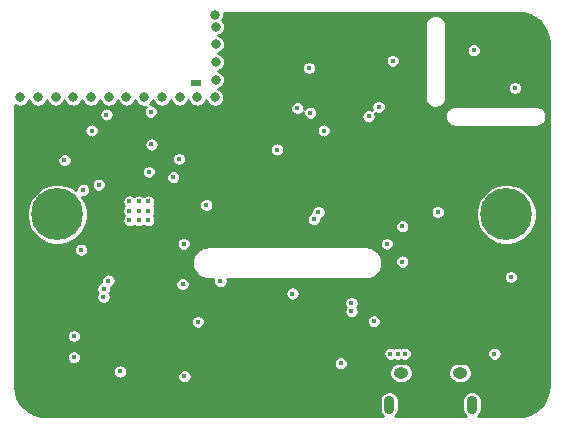
<source format=gbr>
%TF.GenerationSoftware,KiCad,Pcbnew,(5.1.7-0-10_14)*%
%TF.CreationDate,2020-11-27T19:57:41+01:00*%
%TF.ProjectId,AtmoNode,41746d6f-4e6f-4646-952e-6b696361645f,rev?*%
%TF.SameCoordinates,Original*%
%TF.FileFunction,Copper,L2,Inr*%
%TF.FilePolarity,Positive*%
%FSLAX46Y46*%
G04 Gerber Fmt 4.6, Leading zero omitted, Abs format (unit mm)*
G04 Created by KiCad (PCBNEW (5.1.7-0-10_14)) date 2020-11-27 19:57:41*
%MOMM*%
%LPD*%
G01*
G04 APERTURE LIST*
%TA.AperFunction,ComponentPad*%
%ADD10C,4.400000*%
%TD*%
%TA.AperFunction,ComponentPad*%
%ADD11C,0.700000*%
%TD*%
%TA.AperFunction,ComponentPad*%
%ADD12R,0.900000X0.500000*%
%TD*%
%TA.AperFunction,ComponentPad*%
%ADD13O,0.890000X1.550000*%
%TD*%
%TA.AperFunction,ComponentPad*%
%ADD14O,1.250000X0.950000*%
%TD*%
%TA.AperFunction,ViaPad*%
%ADD15C,0.800000*%
%TD*%
%TA.AperFunction,ViaPad*%
%ADD16C,0.450000*%
%TD*%
%TA.AperFunction,Conductor*%
%ADD17C,0.254000*%
%TD*%
%TA.AperFunction,Conductor*%
%ADD18C,0.100000*%
%TD*%
G04 APERTURE END LIST*
D10*
%TO.N,GND*%
%TO.C,H2*%
X149000000Y-109000000D03*
D11*
X150650000Y-109000000D03*
X150166726Y-110166726D03*
X149000000Y-110650000D03*
X147833274Y-110166726D03*
X147350000Y-109000000D03*
X147833274Y-107833274D03*
X149000000Y-107350000D03*
X150166726Y-107833274D03*
%TD*%
D10*
%TO.N,GND*%
%TO.C,H1*%
X111000000Y-109000000D03*
D11*
X112650000Y-109000000D03*
X112166726Y-110166726D03*
X111000000Y-110650000D03*
X109833274Y-110166726D03*
X109350000Y-109000000D03*
X109833274Y-107833274D03*
X111000000Y-107350000D03*
X112166726Y-107833274D03*
%TD*%
D12*
%TO.N,GND*%
%TO.C,AE1*%
X122700000Y-97900000D03*
%TD*%
D13*
%TO.N,Net-(J1-Pad6)*%
%TO.C,J1*%
X139100000Y-125100000D03*
X146100000Y-125100000D03*
D14*
X140100000Y-122400000D03*
X145100000Y-122400000D03*
%TD*%
D15*
%TO.N,*%
X124350000Y-99100000D03*
X122850000Y-99100000D03*
D16*
%TO.N,GND*%
X118700000Y-107900000D03*
X117100000Y-107900000D03*
X117100000Y-109500000D03*
X118700000Y-109500000D03*
X117900000Y-109500000D03*
X117900000Y-107900000D03*
X118700000Y-108700000D03*
X117100000Y-108700000D03*
X117900000Y-108700000D03*
D15*
X121350000Y-99100000D03*
X118350000Y-99100000D03*
X116850000Y-99100000D03*
X115350000Y-99100000D03*
X113850000Y-99100000D03*
X112350000Y-99100000D03*
X110850000Y-99100000D03*
X109350000Y-99100000D03*
X124400000Y-97600000D03*
X119850000Y-99100000D03*
X124400000Y-94600000D03*
X124400000Y-93100000D03*
X107850000Y-99100000D03*
X124400000Y-96100000D03*
D16*
X123600000Y-108200000D03*
X121600000Y-114900000D03*
X112400000Y-119300000D03*
X116300000Y-122300000D03*
X113900000Y-101900000D03*
X111600000Y-104400000D03*
X130900000Y-115700000D03*
X135000000Y-121600000D03*
X140400000Y-120800000D03*
X139800000Y-120800000D03*
X139200000Y-120800000D03*
X139400000Y-96000000D03*
X138200000Y-99900000D03*
X137350000Y-100700000D03*
X133550000Y-101900000D03*
X129592498Y-103506551D03*
X131300000Y-100000000D03*
X132400000Y-100400000D03*
X113000000Y-112000000D03*
X113180473Y-106919527D03*
X118900000Y-100300000D03*
X140200000Y-110000000D03*
X140200000Y-113000000D03*
X138900000Y-111500000D03*
X124800000Y-114654800D03*
X148000000Y-120800000D03*
X143200000Y-108800000D03*
X132300000Y-96600000D03*
D15*
X124350000Y-92100000D03*
D16*
X149750000Y-98300000D03*
X118968773Y-103075677D03*
X121300000Y-104300000D03*
X146250000Y-95100000D03*
X137800000Y-118050000D03*
%TO.N,+3V3*%
X120100000Y-114900000D03*
X111400000Y-119300000D03*
X136900000Y-96000000D03*
X130350000Y-103425000D03*
X114000000Y-109300000D03*
X142500000Y-113000000D03*
X142500000Y-116300000D03*
X140200000Y-117800000D03*
X144900000Y-117800000D03*
X121619527Y-107619527D03*
X113600000Y-109900000D03*
X128900000Y-95700000D03*
X129200000Y-97400000D03*
X150200000Y-116100000D03*
X137752574Y-105752574D03*
X149550000Y-95100000D03*
X115384490Y-101900000D03*
X119400000Y-105300000D03*
X144400000Y-96200000D03*
X112600000Y-103450000D03*
%TO.N,RESET*%
X122900000Y-118100000D03*
X114499227Y-106484500D03*
X121750000Y-122700000D03*
X120800000Y-105850000D03*
%TO.N,SDA*%
X133100000Y-108800000D03*
X121700000Y-111500000D03*
%TO.N,SCL*%
X132700000Y-109400000D03*
X115315510Y-114600000D03*
%TO.N,GPIO0*%
X112400000Y-121100000D03*
%TO.N,RXD*%
X114915500Y-115300000D03*
X135900000Y-116500000D03*
%TO.N,TXD*%
X114900000Y-116000000D03*
X135900000Y-117200000D03*
%TO.N,GPIO2*%
X149400000Y-114300000D03*
%TO.N,Net-(TP7-Pad1)*%
X115150000Y-100550000D03*
X118750000Y-105400002D03*
%TD*%
D17*
%TO.N,+3V3*%
X150503463Y-91957312D02*
X150987756Y-92103529D01*
X151434422Y-92341025D01*
X151826450Y-92660755D01*
X152148907Y-93050539D01*
X152389518Y-93495540D01*
X152539111Y-93978796D01*
X152594000Y-94501029D01*
X152594001Y-123480136D01*
X152542688Y-124003464D01*
X152396472Y-124487756D01*
X152158975Y-124934422D01*
X151839245Y-125326450D01*
X151449458Y-125648910D01*
X151004460Y-125889518D01*
X150521205Y-126039111D01*
X149998971Y-126094000D01*
X146592943Y-126094000D01*
X146686896Y-126016896D01*
X146790116Y-125891121D01*
X146866816Y-125747626D01*
X146914048Y-125591924D01*
X146926000Y-125470572D01*
X146926000Y-124729428D01*
X146914048Y-124608076D01*
X146866816Y-124452374D01*
X146790116Y-124308879D01*
X146686896Y-124183104D01*
X146561121Y-124079884D01*
X146417626Y-124003184D01*
X146261924Y-123955952D01*
X146100000Y-123940004D01*
X145938077Y-123955952D01*
X145782375Y-124003184D01*
X145638880Y-124079884D01*
X145513105Y-124183104D01*
X145409885Y-124308879D01*
X145333185Y-124452374D01*
X145285952Y-124608076D01*
X145274000Y-124729428D01*
X145274000Y-125470571D01*
X145285952Y-125591923D01*
X145333184Y-125747625D01*
X145409884Y-125891120D01*
X145513104Y-126016896D01*
X145607056Y-126094000D01*
X139592943Y-126094000D01*
X139686896Y-126016896D01*
X139790116Y-125891121D01*
X139866816Y-125747626D01*
X139914048Y-125591924D01*
X139926000Y-125470572D01*
X139926000Y-124729428D01*
X139914048Y-124608076D01*
X139866816Y-124452374D01*
X139790116Y-124308879D01*
X139686896Y-124183104D01*
X139561121Y-124079884D01*
X139417626Y-124003184D01*
X139261924Y-123955952D01*
X139100000Y-123940004D01*
X138938077Y-123955952D01*
X138782375Y-124003184D01*
X138638880Y-124079884D01*
X138513105Y-124183104D01*
X138409885Y-124308879D01*
X138333185Y-124452374D01*
X138285952Y-124608076D01*
X138274000Y-124729428D01*
X138274000Y-125470571D01*
X138285952Y-125591923D01*
X138333184Y-125747625D01*
X138409884Y-125891120D01*
X138513104Y-126016896D01*
X138607056Y-126094000D01*
X110019854Y-126094000D01*
X109496536Y-126042688D01*
X109012244Y-125896472D01*
X108565578Y-125658975D01*
X108173550Y-125339245D01*
X107851090Y-124949458D01*
X107610482Y-124504460D01*
X107460889Y-124021205D01*
X107406000Y-123498971D01*
X107406000Y-122240314D01*
X115694000Y-122240314D01*
X115694000Y-122359686D01*
X115717288Y-122476764D01*
X115762970Y-122587049D01*
X115829289Y-122686302D01*
X115913698Y-122770711D01*
X116012951Y-122837030D01*
X116123236Y-122882712D01*
X116240314Y-122906000D01*
X116359686Y-122906000D01*
X116476764Y-122882712D01*
X116587049Y-122837030D01*
X116686302Y-122770711D01*
X116770711Y-122686302D01*
X116801439Y-122640314D01*
X121144000Y-122640314D01*
X121144000Y-122759686D01*
X121167288Y-122876764D01*
X121212970Y-122987049D01*
X121279289Y-123086302D01*
X121363698Y-123170711D01*
X121462951Y-123237030D01*
X121573236Y-123282712D01*
X121690314Y-123306000D01*
X121809686Y-123306000D01*
X121926764Y-123282712D01*
X122037049Y-123237030D01*
X122136302Y-123170711D01*
X122220711Y-123086302D01*
X122287030Y-122987049D01*
X122332712Y-122876764D01*
X122356000Y-122759686D01*
X122356000Y-122640314D01*
X122332712Y-122523236D01*
X122287030Y-122412951D01*
X122278377Y-122400000D01*
X139089859Y-122400000D01*
X139106386Y-122567805D01*
X139155333Y-122729162D01*
X139234819Y-122877869D01*
X139341788Y-123008212D01*
X139472131Y-123115181D01*
X139620838Y-123194667D01*
X139782195Y-123243614D01*
X139907955Y-123256000D01*
X140292045Y-123256000D01*
X140417805Y-123243614D01*
X140579162Y-123194667D01*
X140727869Y-123115181D01*
X140858212Y-123008212D01*
X140965181Y-122877869D01*
X141044667Y-122729162D01*
X141093614Y-122567805D01*
X141110141Y-122400000D01*
X144089859Y-122400000D01*
X144106386Y-122567805D01*
X144155333Y-122729162D01*
X144234819Y-122877869D01*
X144341788Y-123008212D01*
X144472131Y-123115181D01*
X144620838Y-123194667D01*
X144782195Y-123243614D01*
X144907955Y-123256000D01*
X145292045Y-123256000D01*
X145417805Y-123243614D01*
X145579162Y-123194667D01*
X145727869Y-123115181D01*
X145858212Y-123008212D01*
X145965181Y-122877869D01*
X146044667Y-122729162D01*
X146093614Y-122567805D01*
X146110141Y-122400000D01*
X146093614Y-122232195D01*
X146044667Y-122070838D01*
X145965181Y-121922131D01*
X145858212Y-121791788D01*
X145727869Y-121684819D01*
X145579162Y-121605333D01*
X145417805Y-121556386D01*
X145292045Y-121544000D01*
X144907955Y-121544000D01*
X144782195Y-121556386D01*
X144620838Y-121605333D01*
X144472131Y-121684819D01*
X144341788Y-121791788D01*
X144234819Y-121922131D01*
X144155333Y-122070838D01*
X144106386Y-122232195D01*
X144089859Y-122400000D01*
X141110141Y-122400000D01*
X141093614Y-122232195D01*
X141044667Y-122070838D01*
X140965181Y-121922131D01*
X140858212Y-121791788D01*
X140727869Y-121684819D01*
X140579162Y-121605333D01*
X140417805Y-121556386D01*
X140292045Y-121544000D01*
X139907955Y-121544000D01*
X139782195Y-121556386D01*
X139620838Y-121605333D01*
X139472131Y-121684819D01*
X139341788Y-121791788D01*
X139234819Y-121922131D01*
X139155333Y-122070838D01*
X139106386Y-122232195D01*
X139089859Y-122400000D01*
X122278377Y-122400000D01*
X122220711Y-122313698D01*
X122136302Y-122229289D01*
X122037049Y-122162970D01*
X121926764Y-122117288D01*
X121809686Y-122094000D01*
X121690314Y-122094000D01*
X121573236Y-122117288D01*
X121462951Y-122162970D01*
X121363698Y-122229289D01*
X121279289Y-122313698D01*
X121212970Y-122412951D01*
X121167288Y-122523236D01*
X121144000Y-122640314D01*
X116801439Y-122640314D01*
X116837030Y-122587049D01*
X116882712Y-122476764D01*
X116906000Y-122359686D01*
X116906000Y-122240314D01*
X116882712Y-122123236D01*
X116837030Y-122012951D01*
X116770711Y-121913698D01*
X116686302Y-121829289D01*
X116587049Y-121762970D01*
X116476764Y-121717288D01*
X116359686Y-121694000D01*
X116240314Y-121694000D01*
X116123236Y-121717288D01*
X116012951Y-121762970D01*
X115913698Y-121829289D01*
X115829289Y-121913698D01*
X115762970Y-122012951D01*
X115717288Y-122123236D01*
X115694000Y-122240314D01*
X107406000Y-122240314D01*
X107406000Y-121040314D01*
X111794000Y-121040314D01*
X111794000Y-121159686D01*
X111817288Y-121276764D01*
X111862970Y-121387049D01*
X111929289Y-121486302D01*
X112013698Y-121570711D01*
X112112951Y-121637030D01*
X112223236Y-121682712D01*
X112340314Y-121706000D01*
X112459686Y-121706000D01*
X112576764Y-121682712D01*
X112687049Y-121637030D01*
X112786302Y-121570711D01*
X112816699Y-121540314D01*
X134394000Y-121540314D01*
X134394000Y-121659686D01*
X134417288Y-121776764D01*
X134462970Y-121887049D01*
X134529289Y-121986302D01*
X134613698Y-122070711D01*
X134712951Y-122137030D01*
X134823236Y-122182712D01*
X134940314Y-122206000D01*
X135059686Y-122206000D01*
X135176764Y-122182712D01*
X135287049Y-122137030D01*
X135386302Y-122070711D01*
X135470711Y-121986302D01*
X135537030Y-121887049D01*
X135582712Y-121776764D01*
X135606000Y-121659686D01*
X135606000Y-121540314D01*
X135582712Y-121423236D01*
X135537030Y-121312951D01*
X135470711Y-121213698D01*
X135386302Y-121129289D01*
X135287049Y-121062970D01*
X135176764Y-121017288D01*
X135059686Y-120994000D01*
X134940314Y-120994000D01*
X134823236Y-121017288D01*
X134712951Y-121062970D01*
X134613698Y-121129289D01*
X134529289Y-121213698D01*
X134462970Y-121312951D01*
X134417288Y-121423236D01*
X134394000Y-121540314D01*
X112816699Y-121540314D01*
X112870711Y-121486302D01*
X112937030Y-121387049D01*
X112982712Y-121276764D01*
X113006000Y-121159686D01*
X113006000Y-121040314D01*
X112982712Y-120923236D01*
X112937030Y-120812951D01*
X112888496Y-120740314D01*
X138594000Y-120740314D01*
X138594000Y-120859686D01*
X138617288Y-120976764D01*
X138662970Y-121087049D01*
X138729289Y-121186302D01*
X138813698Y-121270711D01*
X138912951Y-121337030D01*
X139023236Y-121382712D01*
X139140314Y-121406000D01*
X139259686Y-121406000D01*
X139376764Y-121382712D01*
X139487049Y-121337030D01*
X139500000Y-121328376D01*
X139512951Y-121337030D01*
X139623236Y-121382712D01*
X139740314Y-121406000D01*
X139859686Y-121406000D01*
X139976764Y-121382712D01*
X140087049Y-121337030D01*
X140100000Y-121328376D01*
X140112951Y-121337030D01*
X140223236Y-121382712D01*
X140340314Y-121406000D01*
X140459686Y-121406000D01*
X140576764Y-121382712D01*
X140687049Y-121337030D01*
X140786302Y-121270711D01*
X140870711Y-121186302D01*
X140937030Y-121087049D01*
X140982712Y-120976764D01*
X141006000Y-120859686D01*
X141006000Y-120740314D01*
X147394000Y-120740314D01*
X147394000Y-120859686D01*
X147417288Y-120976764D01*
X147462970Y-121087049D01*
X147529289Y-121186302D01*
X147613698Y-121270711D01*
X147712951Y-121337030D01*
X147823236Y-121382712D01*
X147940314Y-121406000D01*
X148059686Y-121406000D01*
X148176764Y-121382712D01*
X148287049Y-121337030D01*
X148386302Y-121270711D01*
X148470711Y-121186302D01*
X148537030Y-121087049D01*
X148582712Y-120976764D01*
X148606000Y-120859686D01*
X148606000Y-120740314D01*
X148582712Y-120623236D01*
X148537030Y-120512951D01*
X148470711Y-120413698D01*
X148386302Y-120329289D01*
X148287049Y-120262970D01*
X148176764Y-120217288D01*
X148059686Y-120194000D01*
X147940314Y-120194000D01*
X147823236Y-120217288D01*
X147712951Y-120262970D01*
X147613698Y-120329289D01*
X147529289Y-120413698D01*
X147462970Y-120512951D01*
X147417288Y-120623236D01*
X147394000Y-120740314D01*
X141006000Y-120740314D01*
X140982712Y-120623236D01*
X140937030Y-120512951D01*
X140870711Y-120413698D01*
X140786302Y-120329289D01*
X140687049Y-120262970D01*
X140576764Y-120217288D01*
X140459686Y-120194000D01*
X140340314Y-120194000D01*
X140223236Y-120217288D01*
X140112951Y-120262970D01*
X140100000Y-120271624D01*
X140087049Y-120262970D01*
X139976764Y-120217288D01*
X139859686Y-120194000D01*
X139740314Y-120194000D01*
X139623236Y-120217288D01*
X139512951Y-120262970D01*
X139500000Y-120271624D01*
X139487049Y-120262970D01*
X139376764Y-120217288D01*
X139259686Y-120194000D01*
X139140314Y-120194000D01*
X139023236Y-120217288D01*
X138912951Y-120262970D01*
X138813698Y-120329289D01*
X138729289Y-120413698D01*
X138662970Y-120512951D01*
X138617288Y-120623236D01*
X138594000Y-120740314D01*
X112888496Y-120740314D01*
X112870711Y-120713698D01*
X112786302Y-120629289D01*
X112687049Y-120562970D01*
X112576764Y-120517288D01*
X112459686Y-120494000D01*
X112340314Y-120494000D01*
X112223236Y-120517288D01*
X112112951Y-120562970D01*
X112013698Y-120629289D01*
X111929289Y-120713698D01*
X111862970Y-120812951D01*
X111817288Y-120923236D01*
X111794000Y-121040314D01*
X107406000Y-121040314D01*
X107406000Y-119240314D01*
X111794000Y-119240314D01*
X111794000Y-119359686D01*
X111817288Y-119476764D01*
X111862970Y-119587049D01*
X111929289Y-119686302D01*
X112013698Y-119770711D01*
X112112951Y-119837030D01*
X112223236Y-119882712D01*
X112340314Y-119906000D01*
X112459686Y-119906000D01*
X112576764Y-119882712D01*
X112687049Y-119837030D01*
X112786302Y-119770711D01*
X112870711Y-119686302D01*
X112937030Y-119587049D01*
X112982712Y-119476764D01*
X113006000Y-119359686D01*
X113006000Y-119240314D01*
X112982712Y-119123236D01*
X112937030Y-119012951D01*
X112870711Y-118913698D01*
X112786302Y-118829289D01*
X112687049Y-118762970D01*
X112576764Y-118717288D01*
X112459686Y-118694000D01*
X112340314Y-118694000D01*
X112223236Y-118717288D01*
X112112951Y-118762970D01*
X112013698Y-118829289D01*
X111929289Y-118913698D01*
X111862970Y-119012951D01*
X111817288Y-119123236D01*
X111794000Y-119240314D01*
X107406000Y-119240314D01*
X107406000Y-118040314D01*
X122294000Y-118040314D01*
X122294000Y-118159686D01*
X122317288Y-118276764D01*
X122362970Y-118387049D01*
X122429289Y-118486302D01*
X122513698Y-118570711D01*
X122612951Y-118637030D01*
X122723236Y-118682712D01*
X122840314Y-118706000D01*
X122959686Y-118706000D01*
X123076764Y-118682712D01*
X123187049Y-118637030D01*
X123286302Y-118570711D01*
X123370711Y-118486302D01*
X123437030Y-118387049D01*
X123482712Y-118276764D01*
X123506000Y-118159686D01*
X123506000Y-118040314D01*
X123496055Y-117990314D01*
X137194000Y-117990314D01*
X137194000Y-118109686D01*
X137217288Y-118226764D01*
X137262970Y-118337049D01*
X137329289Y-118436302D01*
X137413698Y-118520711D01*
X137512951Y-118587030D01*
X137623236Y-118632712D01*
X137740314Y-118656000D01*
X137859686Y-118656000D01*
X137976764Y-118632712D01*
X138087049Y-118587030D01*
X138186302Y-118520711D01*
X138270711Y-118436302D01*
X138337030Y-118337049D01*
X138382712Y-118226764D01*
X138406000Y-118109686D01*
X138406000Y-117990314D01*
X138382712Y-117873236D01*
X138337030Y-117762951D01*
X138270711Y-117663698D01*
X138186302Y-117579289D01*
X138087049Y-117512970D01*
X137976764Y-117467288D01*
X137859686Y-117444000D01*
X137740314Y-117444000D01*
X137623236Y-117467288D01*
X137512951Y-117512970D01*
X137413698Y-117579289D01*
X137329289Y-117663698D01*
X137262970Y-117762951D01*
X137217288Y-117873236D01*
X137194000Y-117990314D01*
X123496055Y-117990314D01*
X123482712Y-117923236D01*
X123437030Y-117812951D01*
X123370711Y-117713698D01*
X123286302Y-117629289D01*
X123187049Y-117562970D01*
X123076764Y-117517288D01*
X122959686Y-117494000D01*
X122840314Y-117494000D01*
X122723236Y-117517288D01*
X122612951Y-117562970D01*
X122513698Y-117629289D01*
X122429289Y-117713698D01*
X122362970Y-117812951D01*
X122317288Y-117923236D01*
X122294000Y-118040314D01*
X107406000Y-118040314D01*
X107406000Y-115940314D01*
X114294000Y-115940314D01*
X114294000Y-116059686D01*
X114317288Y-116176764D01*
X114362970Y-116287049D01*
X114429289Y-116386302D01*
X114513698Y-116470711D01*
X114612951Y-116537030D01*
X114723236Y-116582712D01*
X114840314Y-116606000D01*
X114959686Y-116606000D01*
X115076764Y-116582712D01*
X115187049Y-116537030D01*
X115286302Y-116470711D01*
X115316699Y-116440314D01*
X135294000Y-116440314D01*
X135294000Y-116559686D01*
X135317288Y-116676764D01*
X135362970Y-116787049D01*
X135405033Y-116850000D01*
X135362970Y-116912951D01*
X135317288Y-117023236D01*
X135294000Y-117140314D01*
X135294000Y-117259686D01*
X135317288Y-117376764D01*
X135362970Y-117487049D01*
X135429289Y-117586302D01*
X135513698Y-117670711D01*
X135612951Y-117737030D01*
X135723236Y-117782712D01*
X135840314Y-117806000D01*
X135959686Y-117806000D01*
X136076764Y-117782712D01*
X136187049Y-117737030D01*
X136286302Y-117670711D01*
X136370711Y-117586302D01*
X136437030Y-117487049D01*
X136482712Y-117376764D01*
X136506000Y-117259686D01*
X136506000Y-117140314D01*
X136482712Y-117023236D01*
X136437030Y-116912951D01*
X136394967Y-116850000D01*
X136437030Y-116787049D01*
X136482712Y-116676764D01*
X136506000Y-116559686D01*
X136506000Y-116440314D01*
X136482712Y-116323236D01*
X136437030Y-116212951D01*
X136370711Y-116113698D01*
X136286302Y-116029289D01*
X136187049Y-115962970D01*
X136076764Y-115917288D01*
X135959686Y-115894000D01*
X135840314Y-115894000D01*
X135723236Y-115917288D01*
X135612951Y-115962970D01*
X135513698Y-116029289D01*
X135429289Y-116113698D01*
X135362970Y-116212951D01*
X135317288Y-116323236D01*
X135294000Y-116440314D01*
X115316699Y-116440314D01*
X115370711Y-116386302D01*
X115437030Y-116287049D01*
X115482712Y-116176764D01*
X115506000Y-116059686D01*
X115506000Y-115940314D01*
X115482712Y-115823236D01*
X115437030Y-115712951D01*
X115402717Y-115661599D01*
X115416939Y-115640314D01*
X130294000Y-115640314D01*
X130294000Y-115759686D01*
X130317288Y-115876764D01*
X130362970Y-115987049D01*
X130429289Y-116086302D01*
X130513698Y-116170711D01*
X130612951Y-116237030D01*
X130723236Y-116282712D01*
X130840314Y-116306000D01*
X130959686Y-116306000D01*
X131076764Y-116282712D01*
X131187049Y-116237030D01*
X131286302Y-116170711D01*
X131370711Y-116086302D01*
X131437030Y-115987049D01*
X131482712Y-115876764D01*
X131506000Y-115759686D01*
X131506000Y-115640314D01*
X131482712Y-115523236D01*
X131437030Y-115412951D01*
X131370711Y-115313698D01*
X131286302Y-115229289D01*
X131187049Y-115162970D01*
X131076764Y-115117288D01*
X130959686Y-115094000D01*
X130840314Y-115094000D01*
X130723236Y-115117288D01*
X130612951Y-115162970D01*
X130513698Y-115229289D01*
X130429289Y-115313698D01*
X130362970Y-115412951D01*
X130317288Y-115523236D01*
X130294000Y-115640314D01*
X115416939Y-115640314D01*
X115452530Y-115587049D01*
X115498212Y-115476764D01*
X115521500Y-115359686D01*
X115521500Y-115240314D01*
X115508690Y-115175912D01*
X115602559Y-115137030D01*
X115701812Y-115070711D01*
X115786221Y-114986302D01*
X115852540Y-114887049D01*
X115871898Y-114840314D01*
X120994000Y-114840314D01*
X120994000Y-114959686D01*
X121017288Y-115076764D01*
X121062970Y-115187049D01*
X121129289Y-115286302D01*
X121213698Y-115370711D01*
X121312951Y-115437030D01*
X121423236Y-115482712D01*
X121540314Y-115506000D01*
X121659686Y-115506000D01*
X121776764Y-115482712D01*
X121887049Y-115437030D01*
X121986302Y-115370711D01*
X122070711Y-115286302D01*
X122137030Y-115187049D01*
X122182712Y-115076764D01*
X122206000Y-114959686D01*
X122206000Y-114840314D01*
X122182712Y-114723236D01*
X122137030Y-114612951D01*
X122070711Y-114513698D01*
X121986302Y-114429289D01*
X121887049Y-114362970D01*
X121776764Y-114317288D01*
X121659686Y-114294000D01*
X121540314Y-114294000D01*
X121423236Y-114317288D01*
X121312951Y-114362970D01*
X121213698Y-114429289D01*
X121129289Y-114513698D01*
X121062970Y-114612951D01*
X121017288Y-114723236D01*
X120994000Y-114840314D01*
X115871898Y-114840314D01*
X115898222Y-114776764D01*
X115921510Y-114659686D01*
X115921510Y-114540314D01*
X115898222Y-114423236D01*
X115852540Y-114312951D01*
X115786221Y-114213698D01*
X115701812Y-114129289D01*
X115602559Y-114062970D01*
X115492274Y-114017288D01*
X115375196Y-113994000D01*
X115255824Y-113994000D01*
X115138746Y-114017288D01*
X115028461Y-114062970D01*
X114929208Y-114129289D01*
X114844799Y-114213698D01*
X114778480Y-114312951D01*
X114732798Y-114423236D01*
X114709510Y-114540314D01*
X114709510Y-114659686D01*
X114722320Y-114724088D01*
X114628451Y-114762970D01*
X114529198Y-114829289D01*
X114444789Y-114913698D01*
X114378470Y-115012951D01*
X114332788Y-115123236D01*
X114309500Y-115240314D01*
X114309500Y-115359686D01*
X114332788Y-115476764D01*
X114378470Y-115587049D01*
X114412783Y-115638401D01*
X114362970Y-115712951D01*
X114317288Y-115823236D01*
X114294000Y-115940314D01*
X107406000Y-115940314D01*
X107406000Y-113070183D01*
X122395695Y-113070183D01*
X122395952Y-113106981D01*
X122395695Y-113143779D01*
X122396248Y-113149421D01*
X122416649Y-113343518D01*
X122424056Y-113379604D01*
X122430944Y-113415708D01*
X122432582Y-113421135D01*
X122490294Y-113607573D01*
X122504555Y-113641500D01*
X122518338Y-113675613D01*
X122520999Y-113680619D01*
X122613824Y-113852296D01*
X122634414Y-113882821D01*
X122654551Y-113913594D01*
X122658134Y-113917988D01*
X122782538Y-114068365D01*
X122808670Y-114094316D01*
X122834394Y-114120584D01*
X122838756Y-114124193D01*
X122838762Y-114124199D01*
X122838769Y-114124203D01*
X122990004Y-114247548D01*
X123020684Y-114267932D01*
X123051016Y-114288701D01*
X123055998Y-114291395D01*
X123056002Y-114291398D01*
X123056006Y-114291400D01*
X123228325Y-114383023D01*
X123262348Y-114397046D01*
X123296168Y-114411541D01*
X123301583Y-114413218D01*
X123488420Y-114469627D01*
X123524575Y-114476786D01*
X123560509Y-114484424D01*
X123566138Y-114485016D01*
X123566148Y-114485018D01*
X123566157Y-114485018D01*
X123760380Y-114504062D01*
X123760382Y-114504062D01*
X123780059Y-114506000D01*
X124211726Y-114506000D01*
X124194000Y-114595114D01*
X124194000Y-114714486D01*
X124217288Y-114831564D01*
X124262970Y-114941849D01*
X124329289Y-115041102D01*
X124413698Y-115125511D01*
X124512951Y-115191830D01*
X124623236Y-115237512D01*
X124740314Y-115260800D01*
X124859686Y-115260800D01*
X124976764Y-115237512D01*
X125087049Y-115191830D01*
X125186302Y-115125511D01*
X125270711Y-115041102D01*
X125337030Y-114941849D01*
X125382712Y-114831564D01*
X125406000Y-114714486D01*
X125406000Y-114595114D01*
X125388274Y-114506000D01*
X137119941Y-114506000D01*
X137140602Y-114503965D01*
X137153580Y-114503965D01*
X137159218Y-114503373D01*
X137353168Y-114481618D01*
X137389205Y-114473958D01*
X137425260Y-114466819D01*
X137430670Y-114465145D01*
X137430674Y-114465144D01*
X137430677Y-114465143D01*
X137616706Y-114406130D01*
X137650557Y-114391621D01*
X137684547Y-114377611D01*
X137689530Y-114374917D01*
X137689535Y-114374915D01*
X137689539Y-114374912D01*
X137860560Y-114280893D01*
X137890931Y-114260098D01*
X137920707Y-114240314D01*
X148794000Y-114240314D01*
X148794000Y-114359686D01*
X148817288Y-114476764D01*
X148862970Y-114587049D01*
X148929289Y-114686302D01*
X149013698Y-114770711D01*
X149112951Y-114837030D01*
X149223236Y-114882712D01*
X149340314Y-114906000D01*
X149459686Y-114906000D01*
X149576764Y-114882712D01*
X149687049Y-114837030D01*
X149786302Y-114770711D01*
X149870711Y-114686302D01*
X149937030Y-114587049D01*
X149982712Y-114476764D01*
X150006000Y-114359686D01*
X150006000Y-114240314D01*
X149982712Y-114123236D01*
X149937030Y-114012951D01*
X149870711Y-113913698D01*
X149786302Y-113829289D01*
X149687049Y-113762970D01*
X149576764Y-113717288D01*
X149459686Y-113694000D01*
X149340314Y-113694000D01*
X149223236Y-113717288D01*
X149112951Y-113762970D01*
X149013698Y-113829289D01*
X148929289Y-113913698D01*
X148862970Y-114012951D01*
X148817288Y-114123236D01*
X148794000Y-114240314D01*
X137920707Y-114240314D01*
X137921570Y-114239741D01*
X137925933Y-114236131D01*
X137925939Y-114236127D01*
X137925944Y-114236122D01*
X138075444Y-114110677D01*
X138101204Y-114084373D01*
X138127301Y-114058456D01*
X138130880Y-114054069D01*
X138130884Y-114054065D01*
X138130887Y-114054061D01*
X138253176Y-113901964D01*
X138273342Y-113871147D01*
X138293900Y-113840668D01*
X138296562Y-113835662D01*
X138386982Y-113662707D01*
X138400776Y-113628566D01*
X138415027Y-113594664D01*
X138416666Y-113589236D01*
X138471769Y-113402011D01*
X138478668Y-113365846D01*
X138486062Y-113329821D01*
X138486616Y-113324179D01*
X138504305Y-113129817D01*
X138504048Y-113093019D01*
X138504305Y-113056221D01*
X138503752Y-113050579D01*
X138492163Y-112940314D01*
X139594000Y-112940314D01*
X139594000Y-113059686D01*
X139617288Y-113176764D01*
X139662970Y-113287049D01*
X139729289Y-113386302D01*
X139813698Y-113470711D01*
X139912951Y-113537030D01*
X140023236Y-113582712D01*
X140140314Y-113606000D01*
X140259686Y-113606000D01*
X140376764Y-113582712D01*
X140487049Y-113537030D01*
X140586302Y-113470711D01*
X140670711Y-113386302D01*
X140737030Y-113287049D01*
X140782712Y-113176764D01*
X140806000Y-113059686D01*
X140806000Y-112940314D01*
X140782712Y-112823236D01*
X140737030Y-112712951D01*
X140670711Y-112613698D01*
X140586302Y-112529289D01*
X140487049Y-112462970D01*
X140376764Y-112417288D01*
X140259686Y-112394000D01*
X140140314Y-112394000D01*
X140023236Y-112417288D01*
X139912951Y-112462970D01*
X139813698Y-112529289D01*
X139729289Y-112613698D01*
X139662970Y-112712951D01*
X139617288Y-112823236D01*
X139594000Y-112940314D01*
X138492163Y-112940314D01*
X138483351Y-112856482D01*
X138475944Y-112820396D01*
X138469056Y-112784292D01*
X138467418Y-112778865D01*
X138409706Y-112592427D01*
X138395445Y-112558500D01*
X138381662Y-112524387D01*
X138379001Y-112519381D01*
X138286176Y-112347704D01*
X138265558Y-112317137D01*
X138245448Y-112286406D01*
X138241866Y-112282012D01*
X138117462Y-112131634D01*
X138091311Y-112105664D01*
X138065606Y-112079416D01*
X138061244Y-112075807D01*
X138061238Y-112075801D01*
X138061231Y-112075797D01*
X137909996Y-111952452D01*
X137879331Y-111932078D01*
X137848984Y-111911299D01*
X137844002Y-111908605D01*
X137843998Y-111908602D01*
X137843994Y-111908600D01*
X137671675Y-111816977D01*
X137637640Y-111802949D01*
X137603832Y-111788459D01*
X137598417Y-111786782D01*
X137411581Y-111730373D01*
X137375411Y-111723211D01*
X137339491Y-111715576D01*
X137333864Y-111714984D01*
X137333853Y-111714982D01*
X137333843Y-111714982D01*
X137139619Y-111695938D01*
X137139618Y-111695938D01*
X137119941Y-111694000D01*
X123780059Y-111694000D01*
X123759398Y-111696035D01*
X123746419Y-111696035D01*
X123740781Y-111696627D01*
X123546832Y-111718382D01*
X123510795Y-111726042D01*
X123474740Y-111733181D01*
X123469330Y-111734855D01*
X123469326Y-111734856D01*
X123469323Y-111734857D01*
X123469324Y-111734857D01*
X123283294Y-111793870D01*
X123249443Y-111808379D01*
X123215453Y-111822389D01*
X123210470Y-111825083D01*
X123210465Y-111825085D01*
X123210461Y-111825088D01*
X123039441Y-111919107D01*
X123009087Y-111939890D01*
X122978430Y-111960259D01*
X122974062Y-111963872D01*
X122824556Y-112089323D01*
X122798815Y-112115608D01*
X122772698Y-112141544D01*
X122769120Y-112145931D01*
X122769116Y-112145935D01*
X122769115Y-112145937D01*
X122646824Y-112298037D01*
X122626658Y-112328853D01*
X122606100Y-112359333D01*
X122603438Y-112364338D01*
X122513018Y-112537294D01*
X122499229Y-112571423D01*
X122484973Y-112605337D01*
X122483334Y-112610764D01*
X122428231Y-112797990D01*
X122421333Y-112834154D01*
X122413938Y-112870179D01*
X122413384Y-112875821D01*
X122395695Y-113070183D01*
X107406000Y-113070183D01*
X107406000Y-111940314D01*
X112394000Y-111940314D01*
X112394000Y-112059686D01*
X112417288Y-112176764D01*
X112462970Y-112287049D01*
X112529289Y-112386302D01*
X112613698Y-112470711D01*
X112712951Y-112537030D01*
X112823236Y-112582712D01*
X112940314Y-112606000D01*
X113059686Y-112606000D01*
X113176764Y-112582712D01*
X113287049Y-112537030D01*
X113386302Y-112470711D01*
X113470711Y-112386302D01*
X113537030Y-112287049D01*
X113582712Y-112176764D01*
X113606000Y-112059686D01*
X113606000Y-111940314D01*
X113582712Y-111823236D01*
X113537030Y-111712951D01*
X113470711Y-111613698D01*
X113386302Y-111529289D01*
X113287049Y-111462970D01*
X113232354Y-111440314D01*
X121094000Y-111440314D01*
X121094000Y-111559686D01*
X121117288Y-111676764D01*
X121162970Y-111787049D01*
X121229289Y-111886302D01*
X121313698Y-111970711D01*
X121412951Y-112037030D01*
X121523236Y-112082712D01*
X121640314Y-112106000D01*
X121759686Y-112106000D01*
X121876764Y-112082712D01*
X121987049Y-112037030D01*
X122086302Y-111970711D01*
X122170711Y-111886302D01*
X122237030Y-111787049D01*
X122282712Y-111676764D01*
X122306000Y-111559686D01*
X122306000Y-111440314D01*
X138294000Y-111440314D01*
X138294000Y-111559686D01*
X138317288Y-111676764D01*
X138362970Y-111787049D01*
X138429289Y-111886302D01*
X138513698Y-111970711D01*
X138612951Y-112037030D01*
X138723236Y-112082712D01*
X138840314Y-112106000D01*
X138959686Y-112106000D01*
X139076764Y-112082712D01*
X139187049Y-112037030D01*
X139286302Y-111970711D01*
X139370711Y-111886302D01*
X139437030Y-111787049D01*
X139482712Y-111676764D01*
X139506000Y-111559686D01*
X139506000Y-111440314D01*
X139482712Y-111323236D01*
X139437030Y-111212951D01*
X139370711Y-111113698D01*
X139286302Y-111029289D01*
X139187049Y-110962970D01*
X139076764Y-110917288D01*
X138959686Y-110894000D01*
X138840314Y-110894000D01*
X138723236Y-110917288D01*
X138612951Y-110962970D01*
X138513698Y-111029289D01*
X138429289Y-111113698D01*
X138362970Y-111212951D01*
X138317288Y-111323236D01*
X138294000Y-111440314D01*
X122306000Y-111440314D01*
X122282712Y-111323236D01*
X122237030Y-111212951D01*
X122170711Y-111113698D01*
X122086302Y-111029289D01*
X121987049Y-110962970D01*
X121876764Y-110917288D01*
X121759686Y-110894000D01*
X121640314Y-110894000D01*
X121523236Y-110917288D01*
X121412951Y-110962970D01*
X121313698Y-111029289D01*
X121229289Y-111113698D01*
X121162970Y-111212951D01*
X121117288Y-111323236D01*
X121094000Y-111440314D01*
X113232354Y-111440314D01*
X113176764Y-111417288D01*
X113059686Y-111394000D01*
X112940314Y-111394000D01*
X112823236Y-111417288D01*
X112712951Y-111462970D01*
X112613698Y-111529289D01*
X112529289Y-111613698D01*
X112462970Y-111712951D01*
X112417288Y-111823236D01*
X112394000Y-111940314D01*
X107406000Y-111940314D01*
X107406000Y-108745794D01*
X108419000Y-108745794D01*
X108419000Y-109254206D01*
X108518187Y-109752850D01*
X108712748Y-110222562D01*
X108995207Y-110645291D01*
X109354709Y-111004793D01*
X109777438Y-111287252D01*
X110247150Y-111481813D01*
X110745794Y-111581000D01*
X111254206Y-111581000D01*
X111752850Y-111481813D01*
X112222562Y-111287252D01*
X112645291Y-111004793D01*
X113004793Y-110645291D01*
X113287252Y-110222562D01*
X113481813Y-109752850D01*
X113581000Y-109254206D01*
X113581000Y-108745794D01*
X113481813Y-108247150D01*
X113313297Y-107840314D01*
X116494000Y-107840314D01*
X116494000Y-107959686D01*
X116517288Y-108076764D01*
X116562970Y-108187049D01*
X116629289Y-108286302D01*
X116642987Y-108300000D01*
X116629289Y-108313698D01*
X116562970Y-108412951D01*
X116517288Y-108523236D01*
X116494000Y-108640314D01*
X116494000Y-108759686D01*
X116517288Y-108876764D01*
X116562970Y-108987049D01*
X116629289Y-109086302D01*
X116642987Y-109100000D01*
X116629289Y-109113698D01*
X116562970Y-109212951D01*
X116517288Y-109323236D01*
X116494000Y-109440314D01*
X116494000Y-109559686D01*
X116517288Y-109676764D01*
X116562970Y-109787049D01*
X116629289Y-109886302D01*
X116713698Y-109970711D01*
X116812951Y-110037030D01*
X116923236Y-110082712D01*
X117040314Y-110106000D01*
X117159686Y-110106000D01*
X117276764Y-110082712D01*
X117387049Y-110037030D01*
X117486302Y-109970711D01*
X117500000Y-109957013D01*
X117513698Y-109970711D01*
X117612951Y-110037030D01*
X117723236Y-110082712D01*
X117840314Y-110106000D01*
X117959686Y-110106000D01*
X118076764Y-110082712D01*
X118187049Y-110037030D01*
X118286302Y-109970711D01*
X118300000Y-109957013D01*
X118313698Y-109970711D01*
X118412951Y-110037030D01*
X118523236Y-110082712D01*
X118640314Y-110106000D01*
X118759686Y-110106000D01*
X118876764Y-110082712D01*
X118987049Y-110037030D01*
X119086302Y-109970711D01*
X119170711Y-109886302D01*
X119237030Y-109787049D01*
X119282712Y-109676764D01*
X119306000Y-109559686D01*
X119306000Y-109440314D01*
X119286109Y-109340314D01*
X132094000Y-109340314D01*
X132094000Y-109459686D01*
X132117288Y-109576764D01*
X132162970Y-109687049D01*
X132229289Y-109786302D01*
X132313698Y-109870711D01*
X132412951Y-109937030D01*
X132523236Y-109982712D01*
X132640314Y-110006000D01*
X132759686Y-110006000D01*
X132876764Y-109982712D01*
X132979120Y-109940314D01*
X139594000Y-109940314D01*
X139594000Y-110059686D01*
X139617288Y-110176764D01*
X139662970Y-110287049D01*
X139729289Y-110386302D01*
X139813698Y-110470711D01*
X139912951Y-110537030D01*
X140023236Y-110582712D01*
X140140314Y-110606000D01*
X140259686Y-110606000D01*
X140376764Y-110582712D01*
X140487049Y-110537030D01*
X140586302Y-110470711D01*
X140670711Y-110386302D01*
X140737030Y-110287049D01*
X140782712Y-110176764D01*
X140806000Y-110059686D01*
X140806000Y-109940314D01*
X140782712Y-109823236D01*
X140737030Y-109712951D01*
X140670711Y-109613698D01*
X140586302Y-109529289D01*
X140487049Y-109462970D01*
X140376764Y-109417288D01*
X140259686Y-109394000D01*
X140140314Y-109394000D01*
X140023236Y-109417288D01*
X139912951Y-109462970D01*
X139813698Y-109529289D01*
X139729289Y-109613698D01*
X139662970Y-109712951D01*
X139617288Y-109823236D01*
X139594000Y-109940314D01*
X132979120Y-109940314D01*
X132987049Y-109937030D01*
X133086302Y-109870711D01*
X133170711Y-109786302D01*
X133237030Y-109687049D01*
X133282712Y-109576764D01*
X133306000Y-109459686D01*
X133306000Y-109370602D01*
X133387049Y-109337030D01*
X133486302Y-109270711D01*
X133570711Y-109186302D01*
X133637030Y-109087049D01*
X133682712Y-108976764D01*
X133706000Y-108859686D01*
X133706000Y-108740314D01*
X142594000Y-108740314D01*
X142594000Y-108859686D01*
X142617288Y-108976764D01*
X142662970Y-109087049D01*
X142729289Y-109186302D01*
X142813698Y-109270711D01*
X142912951Y-109337030D01*
X143023236Y-109382712D01*
X143140314Y-109406000D01*
X143259686Y-109406000D01*
X143376764Y-109382712D01*
X143487049Y-109337030D01*
X143586302Y-109270711D01*
X143670711Y-109186302D01*
X143737030Y-109087049D01*
X143782712Y-108976764D01*
X143806000Y-108859686D01*
X143806000Y-108745794D01*
X146419000Y-108745794D01*
X146419000Y-109254206D01*
X146518187Y-109752850D01*
X146712748Y-110222562D01*
X146995207Y-110645291D01*
X147354709Y-111004793D01*
X147777438Y-111287252D01*
X148247150Y-111481813D01*
X148745794Y-111581000D01*
X149254206Y-111581000D01*
X149752850Y-111481813D01*
X150222562Y-111287252D01*
X150645291Y-111004793D01*
X151004793Y-110645291D01*
X151287252Y-110222562D01*
X151481813Y-109752850D01*
X151581000Y-109254206D01*
X151581000Y-108745794D01*
X151481813Y-108247150D01*
X151287252Y-107777438D01*
X151004793Y-107354709D01*
X150645291Y-106995207D01*
X150222562Y-106712748D01*
X149752850Y-106518187D01*
X149254206Y-106419000D01*
X148745794Y-106419000D01*
X148247150Y-106518187D01*
X147777438Y-106712748D01*
X147354709Y-106995207D01*
X146995207Y-107354709D01*
X146712748Y-107777438D01*
X146518187Y-108247150D01*
X146419000Y-108745794D01*
X143806000Y-108745794D01*
X143806000Y-108740314D01*
X143782712Y-108623236D01*
X143737030Y-108512951D01*
X143670711Y-108413698D01*
X143586302Y-108329289D01*
X143487049Y-108262970D01*
X143376764Y-108217288D01*
X143259686Y-108194000D01*
X143140314Y-108194000D01*
X143023236Y-108217288D01*
X142912951Y-108262970D01*
X142813698Y-108329289D01*
X142729289Y-108413698D01*
X142662970Y-108512951D01*
X142617288Y-108623236D01*
X142594000Y-108740314D01*
X133706000Y-108740314D01*
X133682712Y-108623236D01*
X133637030Y-108512951D01*
X133570711Y-108413698D01*
X133486302Y-108329289D01*
X133387049Y-108262970D01*
X133276764Y-108217288D01*
X133159686Y-108194000D01*
X133040314Y-108194000D01*
X132923236Y-108217288D01*
X132812951Y-108262970D01*
X132713698Y-108329289D01*
X132629289Y-108413698D01*
X132562970Y-108512951D01*
X132517288Y-108623236D01*
X132494000Y-108740314D01*
X132494000Y-108829398D01*
X132412951Y-108862970D01*
X132313698Y-108929289D01*
X132229289Y-109013698D01*
X132162970Y-109112951D01*
X132117288Y-109223236D01*
X132094000Y-109340314D01*
X119286109Y-109340314D01*
X119282712Y-109323236D01*
X119237030Y-109212951D01*
X119170711Y-109113698D01*
X119157013Y-109100000D01*
X119170711Y-109086302D01*
X119237030Y-108987049D01*
X119282712Y-108876764D01*
X119306000Y-108759686D01*
X119306000Y-108640314D01*
X119282712Y-108523236D01*
X119237030Y-108412951D01*
X119170711Y-108313698D01*
X119157013Y-108300000D01*
X119170711Y-108286302D01*
X119237030Y-108187049D01*
X119256388Y-108140314D01*
X122994000Y-108140314D01*
X122994000Y-108259686D01*
X123017288Y-108376764D01*
X123062970Y-108487049D01*
X123129289Y-108586302D01*
X123213698Y-108670711D01*
X123312951Y-108737030D01*
X123423236Y-108782712D01*
X123540314Y-108806000D01*
X123659686Y-108806000D01*
X123776764Y-108782712D01*
X123887049Y-108737030D01*
X123986302Y-108670711D01*
X124070711Y-108586302D01*
X124137030Y-108487049D01*
X124182712Y-108376764D01*
X124206000Y-108259686D01*
X124206000Y-108140314D01*
X124182712Y-108023236D01*
X124137030Y-107912951D01*
X124070711Y-107813698D01*
X123986302Y-107729289D01*
X123887049Y-107662970D01*
X123776764Y-107617288D01*
X123659686Y-107594000D01*
X123540314Y-107594000D01*
X123423236Y-107617288D01*
X123312951Y-107662970D01*
X123213698Y-107729289D01*
X123129289Y-107813698D01*
X123062970Y-107912951D01*
X123017288Y-108023236D01*
X122994000Y-108140314D01*
X119256388Y-108140314D01*
X119282712Y-108076764D01*
X119306000Y-107959686D01*
X119306000Y-107840314D01*
X119282712Y-107723236D01*
X119237030Y-107612951D01*
X119170711Y-107513698D01*
X119086302Y-107429289D01*
X118987049Y-107362970D01*
X118876764Y-107317288D01*
X118759686Y-107294000D01*
X118640314Y-107294000D01*
X118523236Y-107317288D01*
X118412951Y-107362970D01*
X118313698Y-107429289D01*
X118300000Y-107442987D01*
X118286302Y-107429289D01*
X118187049Y-107362970D01*
X118076764Y-107317288D01*
X117959686Y-107294000D01*
X117840314Y-107294000D01*
X117723236Y-107317288D01*
X117612951Y-107362970D01*
X117513698Y-107429289D01*
X117500000Y-107442987D01*
X117486302Y-107429289D01*
X117387049Y-107362970D01*
X117276764Y-107317288D01*
X117159686Y-107294000D01*
X117040314Y-107294000D01*
X116923236Y-107317288D01*
X116812951Y-107362970D01*
X116713698Y-107429289D01*
X116629289Y-107513698D01*
X116562970Y-107612951D01*
X116517288Y-107723236D01*
X116494000Y-107840314D01*
X113313297Y-107840314D01*
X113287252Y-107777438D01*
X113118646Y-107525101D01*
X113120787Y-107525527D01*
X113240159Y-107525527D01*
X113357237Y-107502239D01*
X113467522Y-107456557D01*
X113566775Y-107390238D01*
X113651184Y-107305829D01*
X113717503Y-107206576D01*
X113763185Y-107096291D01*
X113786473Y-106979213D01*
X113786473Y-106859841D01*
X113763185Y-106742763D01*
X113717503Y-106632478D01*
X113651184Y-106533225D01*
X113566775Y-106448816D01*
X113530854Y-106424814D01*
X113893227Y-106424814D01*
X113893227Y-106544186D01*
X113916515Y-106661264D01*
X113962197Y-106771549D01*
X114028516Y-106870802D01*
X114112925Y-106955211D01*
X114212178Y-107021530D01*
X114322463Y-107067212D01*
X114439541Y-107090500D01*
X114558913Y-107090500D01*
X114675991Y-107067212D01*
X114786276Y-107021530D01*
X114885529Y-106955211D01*
X114969938Y-106870802D01*
X115036257Y-106771549D01*
X115081939Y-106661264D01*
X115105227Y-106544186D01*
X115105227Y-106424814D01*
X115081939Y-106307736D01*
X115036257Y-106197451D01*
X114969938Y-106098198D01*
X114885529Y-106013789D01*
X114786276Y-105947470D01*
X114675991Y-105901788D01*
X114558913Y-105878500D01*
X114439541Y-105878500D01*
X114322463Y-105901788D01*
X114212178Y-105947470D01*
X114112925Y-106013789D01*
X114028516Y-106098198D01*
X113962197Y-106197451D01*
X113916515Y-106307736D01*
X113893227Y-106424814D01*
X113530854Y-106424814D01*
X113467522Y-106382497D01*
X113357237Y-106336815D01*
X113240159Y-106313527D01*
X113120787Y-106313527D01*
X113003709Y-106336815D01*
X112893424Y-106382497D01*
X112794171Y-106448816D01*
X112709762Y-106533225D01*
X112643443Y-106632478D01*
X112597761Y-106742763D01*
X112574473Y-106859841D01*
X112574473Y-106947888D01*
X112222562Y-106712748D01*
X111752850Y-106518187D01*
X111254206Y-106419000D01*
X110745794Y-106419000D01*
X110247150Y-106518187D01*
X109777438Y-106712748D01*
X109354709Y-106995207D01*
X108995207Y-107354709D01*
X108712748Y-107777438D01*
X108518187Y-108247150D01*
X108419000Y-108745794D01*
X107406000Y-108745794D01*
X107406000Y-105340316D01*
X118144000Y-105340316D01*
X118144000Y-105459688D01*
X118167288Y-105576766D01*
X118212970Y-105687051D01*
X118279289Y-105786304D01*
X118363698Y-105870713D01*
X118462951Y-105937032D01*
X118573236Y-105982714D01*
X118690314Y-106006002D01*
X118809686Y-106006002D01*
X118926764Y-105982714D01*
X119037049Y-105937032D01*
X119136302Y-105870713D01*
X119216701Y-105790314D01*
X120194000Y-105790314D01*
X120194000Y-105909686D01*
X120217288Y-106026764D01*
X120262970Y-106137049D01*
X120329289Y-106236302D01*
X120413698Y-106320711D01*
X120512951Y-106387030D01*
X120623236Y-106432712D01*
X120740314Y-106456000D01*
X120859686Y-106456000D01*
X120976764Y-106432712D01*
X121087049Y-106387030D01*
X121186302Y-106320711D01*
X121270711Y-106236302D01*
X121337030Y-106137049D01*
X121382712Y-106026764D01*
X121406000Y-105909686D01*
X121406000Y-105790314D01*
X121382712Y-105673236D01*
X121337030Y-105562951D01*
X121270711Y-105463698D01*
X121186302Y-105379289D01*
X121087049Y-105312970D01*
X120976764Y-105267288D01*
X120859686Y-105244000D01*
X120740314Y-105244000D01*
X120623236Y-105267288D01*
X120512951Y-105312970D01*
X120413698Y-105379289D01*
X120329289Y-105463698D01*
X120262970Y-105562951D01*
X120217288Y-105673236D01*
X120194000Y-105790314D01*
X119216701Y-105790314D01*
X119220711Y-105786304D01*
X119287030Y-105687051D01*
X119332712Y-105576766D01*
X119356000Y-105459688D01*
X119356000Y-105340316D01*
X119332712Y-105223238D01*
X119287030Y-105112953D01*
X119220711Y-105013700D01*
X119136302Y-104929291D01*
X119037049Y-104862972D01*
X118926764Y-104817290D01*
X118809686Y-104794002D01*
X118690314Y-104794002D01*
X118573236Y-104817290D01*
X118462951Y-104862972D01*
X118363698Y-104929291D01*
X118279289Y-105013700D01*
X118212970Y-105112953D01*
X118167288Y-105223238D01*
X118144000Y-105340316D01*
X107406000Y-105340316D01*
X107406000Y-104340314D01*
X110994000Y-104340314D01*
X110994000Y-104459686D01*
X111017288Y-104576764D01*
X111062970Y-104687049D01*
X111129289Y-104786302D01*
X111213698Y-104870711D01*
X111312951Y-104937030D01*
X111423236Y-104982712D01*
X111540314Y-105006000D01*
X111659686Y-105006000D01*
X111776764Y-104982712D01*
X111887049Y-104937030D01*
X111986302Y-104870711D01*
X112070711Y-104786302D01*
X112137030Y-104687049D01*
X112182712Y-104576764D01*
X112206000Y-104459686D01*
X112206000Y-104340314D01*
X112186109Y-104240314D01*
X120694000Y-104240314D01*
X120694000Y-104359686D01*
X120717288Y-104476764D01*
X120762970Y-104587049D01*
X120829289Y-104686302D01*
X120913698Y-104770711D01*
X121012951Y-104837030D01*
X121123236Y-104882712D01*
X121240314Y-104906000D01*
X121359686Y-104906000D01*
X121476764Y-104882712D01*
X121587049Y-104837030D01*
X121686302Y-104770711D01*
X121770711Y-104686302D01*
X121837030Y-104587049D01*
X121882712Y-104476764D01*
X121906000Y-104359686D01*
X121906000Y-104240314D01*
X121882712Y-104123236D01*
X121837030Y-104012951D01*
X121770711Y-103913698D01*
X121686302Y-103829289D01*
X121587049Y-103762970D01*
X121476764Y-103717288D01*
X121359686Y-103694000D01*
X121240314Y-103694000D01*
X121123236Y-103717288D01*
X121012951Y-103762970D01*
X120913698Y-103829289D01*
X120829289Y-103913698D01*
X120762970Y-104012951D01*
X120717288Y-104123236D01*
X120694000Y-104240314D01*
X112186109Y-104240314D01*
X112182712Y-104223236D01*
X112137030Y-104112951D01*
X112070711Y-104013698D01*
X111986302Y-103929289D01*
X111887049Y-103862970D01*
X111776764Y-103817288D01*
X111659686Y-103794000D01*
X111540314Y-103794000D01*
X111423236Y-103817288D01*
X111312951Y-103862970D01*
X111213698Y-103929289D01*
X111129289Y-104013698D01*
X111062970Y-104112951D01*
X111017288Y-104223236D01*
X110994000Y-104340314D01*
X107406000Y-104340314D01*
X107406000Y-103015991D01*
X118362773Y-103015991D01*
X118362773Y-103135363D01*
X118386061Y-103252441D01*
X118431743Y-103362726D01*
X118498062Y-103461979D01*
X118582471Y-103546388D01*
X118681724Y-103612707D01*
X118792009Y-103658389D01*
X118909087Y-103681677D01*
X119028459Y-103681677D01*
X119145537Y-103658389D01*
X119255822Y-103612707D01*
X119355075Y-103546388D01*
X119439484Y-103461979D01*
X119449582Y-103446865D01*
X128986498Y-103446865D01*
X128986498Y-103566237D01*
X129009786Y-103683315D01*
X129055468Y-103793600D01*
X129121787Y-103892853D01*
X129206196Y-103977262D01*
X129305449Y-104043581D01*
X129415734Y-104089263D01*
X129532812Y-104112551D01*
X129652184Y-104112551D01*
X129769262Y-104089263D01*
X129879547Y-104043581D01*
X129978800Y-103977262D01*
X130063209Y-103892853D01*
X130129528Y-103793600D01*
X130175210Y-103683315D01*
X130198498Y-103566237D01*
X130198498Y-103446865D01*
X130175210Y-103329787D01*
X130129528Y-103219502D01*
X130063209Y-103120249D01*
X129978800Y-103035840D01*
X129879547Y-102969521D01*
X129769262Y-102923839D01*
X129652184Y-102900551D01*
X129532812Y-102900551D01*
X129415734Y-102923839D01*
X129305449Y-102969521D01*
X129206196Y-103035840D01*
X129121787Y-103120249D01*
X129055468Y-103219502D01*
X129009786Y-103329787D01*
X128986498Y-103446865D01*
X119449582Y-103446865D01*
X119505803Y-103362726D01*
X119551485Y-103252441D01*
X119574773Y-103135363D01*
X119574773Y-103015991D01*
X119551485Y-102898913D01*
X119505803Y-102788628D01*
X119439484Y-102689375D01*
X119355075Y-102604966D01*
X119255822Y-102538647D01*
X119145537Y-102492965D01*
X119028459Y-102469677D01*
X118909087Y-102469677D01*
X118792009Y-102492965D01*
X118681724Y-102538647D01*
X118582471Y-102604966D01*
X118498062Y-102689375D01*
X118431743Y-102788628D01*
X118386061Y-102898913D01*
X118362773Y-103015991D01*
X107406000Y-103015991D01*
X107406000Y-101840314D01*
X113294000Y-101840314D01*
X113294000Y-101959686D01*
X113317288Y-102076764D01*
X113362970Y-102187049D01*
X113429289Y-102286302D01*
X113513698Y-102370711D01*
X113612951Y-102437030D01*
X113723236Y-102482712D01*
X113840314Y-102506000D01*
X113959686Y-102506000D01*
X114076764Y-102482712D01*
X114187049Y-102437030D01*
X114286302Y-102370711D01*
X114370711Y-102286302D01*
X114437030Y-102187049D01*
X114482712Y-102076764D01*
X114506000Y-101959686D01*
X114506000Y-101840314D01*
X132944000Y-101840314D01*
X132944000Y-101959686D01*
X132967288Y-102076764D01*
X133012970Y-102187049D01*
X133079289Y-102286302D01*
X133163698Y-102370711D01*
X133262951Y-102437030D01*
X133373236Y-102482712D01*
X133490314Y-102506000D01*
X133609686Y-102506000D01*
X133726764Y-102482712D01*
X133837049Y-102437030D01*
X133936302Y-102370711D01*
X134020711Y-102286302D01*
X134087030Y-102187049D01*
X134132712Y-102076764D01*
X134156000Y-101959686D01*
X134156000Y-101840314D01*
X134132712Y-101723236D01*
X134087030Y-101612951D01*
X134020711Y-101513698D01*
X133936302Y-101429289D01*
X133837049Y-101362970D01*
X133726764Y-101317288D01*
X133609686Y-101294000D01*
X133490314Y-101294000D01*
X133373236Y-101317288D01*
X133262951Y-101362970D01*
X133163698Y-101429289D01*
X133079289Y-101513698D01*
X133012970Y-101612951D01*
X132967288Y-101723236D01*
X132944000Y-101840314D01*
X114506000Y-101840314D01*
X114482712Y-101723236D01*
X114437030Y-101612951D01*
X114370711Y-101513698D01*
X114286302Y-101429289D01*
X114187049Y-101362970D01*
X114076764Y-101317288D01*
X113959686Y-101294000D01*
X113840314Y-101294000D01*
X113723236Y-101317288D01*
X113612951Y-101362970D01*
X113513698Y-101429289D01*
X113429289Y-101513698D01*
X113362970Y-101612951D01*
X113317288Y-101723236D01*
X113294000Y-101840314D01*
X107406000Y-101840314D01*
X107406000Y-100490314D01*
X114544000Y-100490314D01*
X114544000Y-100609686D01*
X114567288Y-100726764D01*
X114612970Y-100837049D01*
X114679289Y-100936302D01*
X114763698Y-101020711D01*
X114862951Y-101087030D01*
X114973236Y-101132712D01*
X115090314Y-101156000D01*
X115209686Y-101156000D01*
X115326764Y-101132712D01*
X115437049Y-101087030D01*
X115536302Y-101020711D01*
X115620711Y-100936302D01*
X115687030Y-100837049D01*
X115732712Y-100726764D01*
X115756000Y-100609686D01*
X115756000Y-100490314D01*
X115732712Y-100373236D01*
X115687030Y-100262951D01*
X115620711Y-100163698D01*
X115536302Y-100079289D01*
X115437049Y-100012970D01*
X115326764Y-99967288D01*
X115209686Y-99944000D01*
X115090314Y-99944000D01*
X114973236Y-99967288D01*
X114862951Y-100012970D01*
X114763698Y-100079289D01*
X114679289Y-100163698D01*
X114612970Y-100262951D01*
X114567288Y-100373236D01*
X114544000Y-100490314D01*
X107406000Y-100490314D01*
X107406000Y-99742629D01*
X107480058Y-99792113D01*
X107622191Y-99850987D01*
X107773078Y-99881000D01*
X107926922Y-99881000D01*
X108077809Y-99850987D01*
X108219942Y-99792113D01*
X108347859Y-99706642D01*
X108456642Y-99597859D01*
X108542113Y-99469942D01*
X108600000Y-99330192D01*
X108657887Y-99469942D01*
X108743358Y-99597859D01*
X108852141Y-99706642D01*
X108980058Y-99792113D01*
X109122191Y-99850987D01*
X109273078Y-99881000D01*
X109426922Y-99881000D01*
X109577809Y-99850987D01*
X109719942Y-99792113D01*
X109847859Y-99706642D01*
X109956642Y-99597859D01*
X110042113Y-99469942D01*
X110100000Y-99330192D01*
X110157887Y-99469942D01*
X110243358Y-99597859D01*
X110352141Y-99706642D01*
X110480058Y-99792113D01*
X110622191Y-99850987D01*
X110773078Y-99881000D01*
X110926922Y-99881000D01*
X111077809Y-99850987D01*
X111219942Y-99792113D01*
X111347859Y-99706642D01*
X111456642Y-99597859D01*
X111542113Y-99469942D01*
X111600000Y-99330192D01*
X111657887Y-99469942D01*
X111743358Y-99597859D01*
X111852141Y-99706642D01*
X111980058Y-99792113D01*
X112122191Y-99850987D01*
X112273078Y-99881000D01*
X112426922Y-99881000D01*
X112577809Y-99850987D01*
X112719942Y-99792113D01*
X112847859Y-99706642D01*
X112956642Y-99597859D01*
X113042113Y-99469942D01*
X113100000Y-99330192D01*
X113157887Y-99469942D01*
X113243358Y-99597859D01*
X113352141Y-99706642D01*
X113480058Y-99792113D01*
X113622191Y-99850987D01*
X113773078Y-99881000D01*
X113926922Y-99881000D01*
X114077809Y-99850987D01*
X114219942Y-99792113D01*
X114347859Y-99706642D01*
X114456642Y-99597859D01*
X114542113Y-99469942D01*
X114600000Y-99330192D01*
X114657887Y-99469942D01*
X114743358Y-99597859D01*
X114852141Y-99706642D01*
X114980058Y-99792113D01*
X115122191Y-99850987D01*
X115273078Y-99881000D01*
X115426922Y-99881000D01*
X115577809Y-99850987D01*
X115719942Y-99792113D01*
X115847859Y-99706642D01*
X115956642Y-99597859D01*
X116042113Y-99469942D01*
X116100000Y-99330192D01*
X116157887Y-99469942D01*
X116243358Y-99597859D01*
X116352141Y-99706642D01*
X116480058Y-99792113D01*
X116622191Y-99850987D01*
X116773078Y-99881000D01*
X116926922Y-99881000D01*
X117077809Y-99850987D01*
X117219942Y-99792113D01*
X117347859Y-99706642D01*
X117456642Y-99597859D01*
X117542113Y-99469942D01*
X117600000Y-99330192D01*
X117657887Y-99469942D01*
X117743358Y-99597859D01*
X117852141Y-99706642D01*
X117980058Y-99792113D01*
X118122191Y-99850987D01*
X118273078Y-99881000D01*
X118426922Y-99881000D01*
X118470694Y-99872293D01*
X118429289Y-99913698D01*
X118362970Y-100012951D01*
X118317288Y-100123236D01*
X118294000Y-100240314D01*
X118294000Y-100359686D01*
X118317288Y-100476764D01*
X118362970Y-100587049D01*
X118429289Y-100686302D01*
X118513698Y-100770711D01*
X118612951Y-100837030D01*
X118723236Y-100882712D01*
X118840314Y-100906000D01*
X118959686Y-100906000D01*
X119076764Y-100882712D01*
X119187049Y-100837030D01*
X119286302Y-100770711D01*
X119370711Y-100686302D01*
X119437030Y-100587049D01*
X119482712Y-100476764D01*
X119506000Y-100359686D01*
X119506000Y-100240314D01*
X119482712Y-100123236D01*
X119437030Y-100012951D01*
X119388496Y-99940314D01*
X130694000Y-99940314D01*
X130694000Y-100059686D01*
X130717288Y-100176764D01*
X130762970Y-100287049D01*
X130829289Y-100386302D01*
X130913698Y-100470711D01*
X131012951Y-100537030D01*
X131123236Y-100582712D01*
X131240314Y-100606000D01*
X131359686Y-100606000D01*
X131476764Y-100582712D01*
X131587049Y-100537030D01*
X131686302Y-100470711D01*
X131770711Y-100386302D01*
X131794000Y-100351448D01*
X131794000Y-100459686D01*
X131817288Y-100576764D01*
X131862970Y-100687049D01*
X131929289Y-100786302D01*
X132013698Y-100870711D01*
X132112951Y-100937030D01*
X132223236Y-100982712D01*
X132340314Y-101006000D01*
X132459686Y-101006000D01*
X132576764Y-100982712D01*
X132687049Y-100937030D01*
X132786302Y-100870711D01*
X132870711Y-100786302D01*
X132937030Y-100687049D01*
X132956388Y-100640314D01*
X136744000Y-100640314D01*
X136744000Y-100759686D01*
X136767288Y-100876764D01*
X136812970Y-100987049D01*
X136879289Y-101086302D01*
X136963698Y-101170711D01*
X137062951Y-101237030D01*
X137173236Y-101282712D01*
X137290314Y-101306000D01*
X137409686Y-101306000D01*
X137526764Y-101282712D01*
X137637049Y-101237030D01*
X137736302Y-101170711D01*
X137820711Y-101086302D01*
X137887030Y-100987049D01*
X137932712Y-100876764D01*
X137956000Y-100759686D01*
X137956000Y-100666695D01*
X143795683Y-100666695D01*
X143795940Y-100703491D01*
X143795683Y-100740287D01*
X143796236Y-100745929D01*
X143806436Y-100842977D01*
X143813839Y-100879043D01*
X143820731Y-100915169D01*
X143822369Y-100920596D01*
X143851225Y-101013815D01*
X143865495Y-101047762D01*
X143879271Y-101081858D01*
X143881926Y-101086853D01*
X143881930Y-101086861D01*
X143881935Y-101086868D01*
X143928344Y-101172701D01*
X143948944Y-101203242D01*
X143969070Y-101233997D01*
X143972653Y-101238391D01*
X144034855Y-101313580D01*
X144061005Y-101339548D01*
X144086709Y-101365796D01*
X144091071Y-101369405D01*
X144091079Y-101369413D01*
X144091088Y-101369419D01*
X144166697Y-101431086D01*
X144197360Y-101451459D01*
X144227714Y-101472242D01*
X144232701Y-101474939D01*
X144318861Y-101520751D01*
X144352911Y-101534785D01*
X144386701Y-101549267D01*
X144392116Y-101550944D01*
X144485534Y-101579149D01*
X144521625Y-101586295D01*
X144557628Y-101593948D01*
X144563257Y-101594539D01*
X144563262Y-101594540D01*
X144563266Y-101594540D01*
X144660383Y-101604063D01*
X144660393Y-101604063D01*
X144680059Y-101606000D01*
X151519941Y-101606000D01*
X151540115Y-101604013D01*
X151546597Y-101604013D01*
X151552235Y-101603421D01*
X151649210Y-101592544D01*
X151685210Y-101584892D01*
X151721302Y-101577746D01*
X151726718Y-101576070D01*
X151819733Y-101546563D01*
X151853566Y-101532062D01*
X151887575Y-101518045D01*
X151892558Y-101515351D01*
X151892563Y-101515349D01*
X151892567Y-101515346D01*
X151978075Y-101468338D01*
X152008455Y-101447536D01*
X152039089Y-101427183D01*
X152043457Y-101423570D01*
X152118209Y-101360845D01*
X152143968Y-101334541D01*
X152170063Y-101308627D01*
X152173647Y-101304234D01*
X152234793Y-101228184D01*
X152254949Y-101197382D01*
X152275519Y-101166885D01*
X152278181Y-101161880D01*
X152323391Y-101075400D01*
X152337172Y-101041291D01*
X152351434Y-101007363D01*
X152353073Y-101001936D01*
X152380625Y-100908324D01*
X152387525Y-100872155D01*
X152394920Y-100836129D01*
X152395473Y-100830487D01*
X152404317Y-100733304D01*
X152404060Y-100696509D01*
X152404317Y-100659714D01*
X152403764Y-100654072D01*
X152393564Y-100557023D01*
X152386161Y-100520957D01*
X152379269Y-100484831D01*
X152377631Y-100479404D01*
X152348775Y-100386185D01*
X152334505Y-100352238D01*
X152320729Y-100318142D01*
X152318068Y-100313136D01*
X152271655Y-100227299D01*
X152251078Y-100196793D01*
X152230930Y-100166003D01*
X152227347Y-100161609D01*
X152165145Y-100086420D01*
X152138995Y-100060452D01*
X152113291Y-100034204D01*
X152108929Y-100030595D01*
X152108921Y-100030587D01*
X152108912Y-100030581D01*
X152033302Y-99968914D01*
X152002658Y-99948553D01*
X151972286Y-99927758D01*
X151967299Y-99925061D01*
X151881138Y-99879249D01*
X151847102Y-99865221D01*
X151813299Y-99850733D01*
X151807884Y-99849056D01*
X151714466Y-99820851D01*
X151678345Y-99813699D01*
X151642372Y-99806053D01*
X151636743Y-99805461D01*
X151636738Y-99805460D01*
X151636734Y-99805460D01*
X151539740Y-99795950D01*
X151519941Y-99794000D01*
X144680059Y-99794000D01*
X144659885Y-99795987D01*
X144653403Y-99795987D01*
X144647765Y-99796579D01*
X144550790Y-99807456D01*
X144514790Y-99815108D01*
X144478698Y-99822254D01*
X144473282Y-99823930D01*
X144380267Y-99853436D01*
X144346426Y-99867940D01*
X144312424Y-99881955D01*
X144307437Y-99884651D01*
X144221925Y-99931662D01*
X144191560Y-99952453D01*
X144160911Y-99972817D01*
X144156543Y-99976430D01*
X144081791Y-100039155D01*
X144056032Y-100065459D01*
X144029937Y-100091373D01*
X144026353Y-100095766D01*
X143965207Y-100171816D01*
X143945051Y-100202618D01*
X143924481Y-100233115D01*
X143921819Y-100238120D01*
X143876609Y-100324599D01*
X143862817Y-100358736D01*
X143848566Y-100392638D01*
X143846927Y-100398065D01*
X143819375Y-100491676D01*
X143812476Y-100527838D01*
X143805080Y-100563871D01*
X143804527Y-100569513D01*
X143795683Y-100666695D01*
X137956000Y-100666695D01*
X137956000Y-100640314D01*
X137932712Y-100523236D01*
X137890901Y-100422297D01*
X137912951Y-100437030D01*
X138023236Y-100482712D01*
X138140314Y-100506000D01*
X138259686Y-100506000D01*
X138376764Y-100482712D01*
X138487049Y-100437030D01*
X138586302Y-100370711D01*
X138670711Y-100286302D01*
X138737030Y-100187049D01*
X138782712Y-100076764D01*
X138806000Y-99959686D01*
X138806000Y-99840314D01*
X138782712Y-99723236D01*
X138737030Y-99612951D01*
X138670711Y-99513698D01*
X138586302Y-99429289D01*
X138487049Y-99362970D01*
X138376764Y-99317288D01*
X138259686Y-99294000D01*
X138140314Y-99294000D01*
X138023236Y-99317288D01*
X137912951Y-99362970D01*
X137813698Y-99429289D01*
X137729289Y-99513698D01*
X137662970Y-99612951D01*
X137617288Y-99723236D01*
X137594000Y-99840314D01*
X137594000Y-99959686D01*
X137617288Y-100076764D01*
X137659099Y-100177703D01*
X137637049Y-100162970D01*
X137526764Y-100117288D01*
X137409686Y-100094000D01*
X137290314Y-100094000D01*
X137173236Y-100117288D01*
X137062951Y-100162970D01*
X136963698Y-100229289D01*
X136879289Y-100313698D01*
X136812970Y-100412951D01*
X136767288Y-100523236D01*
X136744000Y-100640314D01*
X132956388Y-100640314D01*
X132982712Y-100576764D01*
X133006000Y-100459686D01*
X133006000Y-100340314D01*
X132982712Y-100223236D01*
X132937030Y-100112951D01*
X132870711Y-100013698D01*
X132786302Y-99929289D01*
X132687049Y-99862970D01*
X132576764Y-99817288D01*
X132459686Y-99794000D01*
X132340314Y-99794000D01*
X132223236Y-99817288D01*
X132112951Y-99862970D01*
X132013698Y-99929289D01*
X131929289Y-100013698D01*
X131906000Y-100048552D01*
X131906000Y-99940314D01*
X131882712Y-99823236D01*
X131837030Y-99712951D01*
X131770711Y-99613698D01*
X131686302Y-99529289D01*
X131587049Y-99462970D01*
X131476764Y-99417288D01*
X131359686Y-99394000D01*
X131240314Y-99394000D01*
X131123236Y-99417288D01*
X131012951Y-99462970D01*
X130913698Y-99529289D01*
X130829289Y-99613698D01*
X130762970Y-99712951D01*
X130717288Y-99823236D01*
X130694000Y-99940314D01*
X119388496Y-99940314D01*
X119370711Y-99913698D01*
X119286302Y-99829289D01*
X119187049Y-99762970D01*
X119076764Y-99717288D01*
X118959686Y-99694000D01*
X118860501Y-99694000D01*
X118956642Y-99597859D01*
X119042113Y-99469942D01*
X119100000Y-99330192D01*
X119157887Y-99469942D01*
X119243358Y-99597859D01*
X119352141Y-99706642D01*
X119480058Y-99792113D01*
X119622191Y-99850987D01*
X119773078Y-99881000D01*
X119926922Y-99881000D01*
X120077809Y-99850987D01*
X120219942Y-99792113D01*
X120347859Y-99706642D01*
X120456642Y-99597859D01*
X120542113Y-99469942D01*
X120600000Y-99330192D01*
X120657887Y-99469942D01*
X120743358Y-99597859D01*
X120852141Y-99706642D01*
X120980058Y-99792113D01*
X121122191Y-99850987D01*
X121273078Y-99881000D01*
X121426922Y-99881000D01*
X121577809Y-99850987D01*
X121719942Y-99792113D01*
X121847859Y-99706642D01*
X121956642Y-99597859D01*
X122042113Y-99469942D01*
X122100000Y-99330192D01*
X122157887Y-99469942D01*
X122243358Y-99597859D01*
X122352141Y-99706642D01*
X122480058Y-99792113D01*
X122622191Y-99850987D01*
X122773078Y-99881000D01*
X122926922Y-99881000D01*
X123077809Y-99850987D01*
X123219942Y-99792113D01*
X123347859Y-99706642D01*
X123456642Y-99597859D01*
X123542113Y-99469942D01*
X123600000Y-99330192D01*
X123657887Y-99469942D01*
X123743358Y-99597859D01*
X123852141Y-99706642D01*
X123980058Y-99792113D01*
X124122191Y-99850987D01*
X124273078Y-99881000D01*
X124426922Y-99881000D01*
X124577809Y-99850987D01*
X124719942Y-99792113D01*
X124847859Y-99706642D01*
X124956642Y-99597859D01*
X125042113Y-99469942D01*
X125100987Y-99327809D01*
X125131000Y-99176922D01*
X125131000Y-99119940D01*
X142094000Y-99119940D01*
X142095987Y-99140114D01*
X142095987Y-99146597D01*
X142096579Y-99152235D01*
X142107456Y-99249210D01*
X142115108Y-99285210D01*
X142122254Y-99321302D01*
X142123930Y-99326718D01*
X142153437Y-99419733D01*
X142167938Y-99453566D01*
X142181955Y-99487575D01*
X142184649Y-99492558D01*
X142184651Y-99492563D01*
X142184654Y-99492567D01*
X142231662Y-99578075D01*
X142252464Y-99608455D01*
X142272817Y-99639089D01*
X142276430Y-99643457D01*
X142339155Y-99718209D01*
X142365459Y-99743968D01*
X142391373Y-99770063D01*
X142395766Y-99773647D01*
X142471816Y-99834793D01*
X142502618Y-99854949D01*
X142533115Y-99875519D01*
X142538120Y-99878181D01*
X142624600Y-99923391D01*
X142658709Y-99937172D01*
X142692637Y-99951434D01*
X142698064Y-99953073D01*
X142791676Y-99980625D01*
X142827845Y-99987525D01*
X142863871Y-99994920D01*
X142869507Y-99995472D01*
X142869510Y-99995473D01*
X142869513Y-99995473D01*
X142966696Y-100004317D01*
X143003492Y-100004060D01*
X143040287Y-100004317D01*
X143045929Y-100003764D01*
X143045933Y-100003764D01*
X143142977Y-99993564D01*
X143179043Y-99986161D01*
X143215169Y-99979269D01*
X143220596Y-99977631D01*
X143313815Y-99948775D01*
X143347762Y-99934505D01*
X143381858Y-99920729D01*
X143386853Y-99918074D01*
X143386861Y-99918070D01*
X143386868Y-99918065D01*
X143472701Y-99871656D01*
X143503242Y-99851056D01*
X143533997Y-99830930D01*
X143538391Y-99827347D01*
X143613580Y-99765145D01*
X143639548Y-99738995D01*
X143665796Y-99713291D01*
X143669405Y-99708929D01*
X143669413Y-99708921D01*
X143669419Y-99708912D01*
X143731086Y-99633303D01*
X143751459Y-99602640D01*
X143772242Y-99572286D01*
X143774939Y-99567299D01*
X143820751Y-99481139D01*
X143834785Y-99447089D01*
X143849267Y-99413299D01*
X143850944Y-99407884D01*
X143879149Y-99314466D01*
X143886295Y-99278375D01*
X143893948Y-99242372D01*
X143894540Y-99236734D01*
X143904063Y-99139617D01*
X143904063Y-99139607D01*
X143906000Y-99119941D01*
X143906000Y-98240314D01*
X149144000Y-98240314D01*
X149144000Y-98359686D01*
X149167288Y-98476764D01*
X149212970Y-98587049D01*
X149279289Y-98686302D01*
X149363698Y-98770711D01*
X149462951Y-98837030D01*
X149573236Y-98882712D01*
X149690314Y-98906000D01*
X149809686Y-98906000D01*
X149926764Y-98882712D01*
X150037049Y-98837030D01*
X150136302Y-98770711D01*
X150220711Y-98686302D01*
X150287030Y-98587049D01*
X150332712Y-98476764D01*
X150356000Y-98359686D01*
X150356000Y-98240314D01*
X150332712Y-98123236D01*
X150287030Y-98012951D01*
X150220711Y-97913698D01*
X150136302Y-97829289D01*
X150037049Y-97762970D01*
X149926764Y-97717288D01*
X149809686Y-97694000D01*
X149690314Y-97694000D01*
X149573236Y-97717288D01*
X149462951Y-97762970D01*
X149363698Y-97829289D01*
X149279289Y-97913698D01*
X149212970Y-98012951D01*
X149167288Y-98123236D01*
X149144000Y-98240314D01*
X143906000Y-98240314D01*
X143906000Y-95040314D01*
X145644000Y-95040314D01*
X145644000Y-95159686D01*
X145667288Y-95276764D01*
X145712970Y-95387049D01*
X145779289Y-95486302D01*
X145863698Y-95570711D01*
X145962951Y-95637030D01*
X146073236Y-95682712D01*
X146190314Y-95706000D01*
X146309686Y-95706000D01*
X146426764Y-95682712D01*
X146537049Y-95637030D01*
X146636302Y-95570711D01*
X146720711Y-95486302D01*
X146787030Y-95387049D01*
X146832712Y-95276764D01*
X146856000Y-95159686D01*
X146856000Y-95040314D01*
X146832712Y-94923236D01*
X146787030Y-94812951D01*
X146720711Y-94713698D01*
X146636302Y-94629289D01*
X146537049Y-94562970D01*
X146426764Y-94517288D01*
X146309686Y-94494000D01*
X146190314Y-94494000D01*
X146073236Y-94517288D01*
X145962951Y-94562970D01*
X145863698Y-94629289D01*
X145779289Y-94713698D01*
X145712970Y-94812951D01*
X145667288Y-94923236D01*
X145644000Y-95040314D01*
X143906000Y-95040314D01*
X143906000Y-92980059D01*
X143904013Y-92959885D01*
X143904013Y-92953403D01*
X143903421Y-92947765D01*
X143892544Y-92850790D01*
X143884892Y-92814790D01*
X143877746Y-92778698D01*
X143876070Y-92773282D01*
X143846564Y-92680267D01*
X143832060Y-92646426D01*
X143818045Y-92612424D01*
X143815349Y-92607437D01*
X143768338Y-92521925D01*
X143747547Y-92491560D01*
X143727183Y-92460911D01*
X143723570Y-92456543D01*
X143660845Y-92381791D01*
X143634541Y-92356032D01*
X143608627Y-92329937D01*
X143604234Y-92326353D01*
X143528184Y-92265207D01*
X143497382Y-92245051D01*
X143466885Y-92224481D01*
X143461880Y-92221819D01*
X143375401Y-92176609D01*
X143341264Y-92162817D01*
X143307362Y-92148566D01*
X143301935Y-92146927D01*
X143301933Y-92146926D01*
X143301929Y-92146925D01*
X143208324Y-92119375D01*
X143172162Y-92112476D01*
X143136129Y-92105080D01*
X143130493Y-92104528D01*
X143130490Y-92104527D01*
X143130487Y-92104527D01*
X143033305Y-92095683D01*
X142996509Y-92095940D01*
X142959714Y-92095683D01*
X142954072Y-92096236D01*
X142954068Y-92096236D01*
X142857023Y-92106436D01*
X142820957Y-92113839D01*
X142784831Y-92120731D01*
X142779404Y-92122369D01*
X142686185Y-92151225D01*
X142652238Y-92165495D01*
X142618142Y-92179271D01*
X142613143Y-92181928D01*
X142613139Y-92181930D01*
X142613136Y-92181932D01*
X142527299Y-92228345D01*
X142496793Y-92248922D01*
X142466003Y-92269070D01*
X142461609Y-92272653D01*
X142386420Y-92334855D01*
X142360452Y-92361005D01*
X142334204Y-92386709D01*
X142330595Y-92391071D01*
X142330587Y-92391079D01*
X142330581Y-92391088D01*
X142268914Y-92466698D01*
X142248553Y-92497342D01*
X142227758Y-92527714D01*
X142225061Y-92532701D01*
X142179249Y-92618862D01*
X142165221Y-92652898D01*
X142150733Y-92686701D01*
X142149056Y-92692116D01*
X142120851Y-92785534D01*
X142113699Y-92821655D01*
X142106053Y-92857628D01*
X142105460Y-92863266D01*
X142095938Y-92960383D01*
X142095938Y-92960393D01*
X142094001Y-92980059D01*
X142094000Y-99119940D01*
X125131000Y-99119940D01*
X125131000Y-99023078D01*
X125100987Y-98872191D01*
X125042113Y-98730058D01*
X124956642Y-98602141D01*
X124847859Y-98493358D01*
X124719942Y-98407887D01*
X124597250Y-98357066D01*
X124627809Y-98350987D01*
X124769942Y-98292113D01*
X124897859Y-98206642D01*
X125006642Y-98097859D01*
X125092113Y-97969942D01*
X125150987Y-97827809D01*
X125181000Y-97676922D01*
X125181000Y-97523078D01*
X125150987Y-97372191D01*
X125092113Y-97230058D01*
X125006642Y-97102141D01*
X124897859Y-96993358D01*
X124769942Y-96907887D01*
X124630192Y-96850000D01*
X124769942Y-96792113D01*
X124897859Y-96706642D01*
X125006642Y-96597859D01*
X125045092Y-96540314D01*
X131694000Y-96540314D01*
X131694000Y-96659686D01*
X131717288Y-96776764D01*
X131762970Y-96887049D01*
X131829289Y-96986302D01*
X131913698Y-97070711D01*
X132012951Y-97137030D01*
X132123236Y-97182712D01*
X132240314Y-97206000D01*
X132359686Y-97206000D01*
X132476764Y-97182712D01*
X132587049Y-97137030D01*
X132686302Y-97070711D01*
X132770711Y-96986302D01*
X132837030Y-96887049D01*
X132882712Y-96776764D01*
X132906000Y-96659686D01*
X132906000Y-96540314D01*
X132882712Y-96423236D01*
X132837030Y-96312951D01*
X132770711Y-96213698D01*
X132686302Y-96129289D01*
X132587049Y-96062970D01*
X132476764Y-96017288D01*
X132359686Y-95994000D01*
X132240314Y-95994000D01*
X132123236Y-96017288D01*
X132012951Y-96062970D01*
X131913698Y-96129289D01*
X131829289Y-96213698D01*
X131762970Y-96312951D01*
X131717288Y-96423236D01*
X131694000Y-96540314D01*
X125045092Y-96540314D01*
X125092113Y-96469942D01*
X125150987Y-96327809D01*
X125181000Y-96176922D01*
X125181000Y-96023078D01*
X125164538Y-95940314D01*
X138794000Y-95940314D01*
X138794000Y-96059686D01*
X138817288Y-96176764D01*
X138862970Y-96287049D01*
X138929289Y-96386302D01*
X139013698Y-96470711D01*
X139112951Y-96537030D01*
X139223236Y-96582712D01*
X139340314Y-96606000D01*
X139459686Y-96606000D01*
X139576764Y-96582712D01*
X139687049Y-96537030D01*
X139786302Y-96470711D01*
X139870711Y-96386302D01*
X139937030Y-96287049D01*
X139982712Y-96176764D01*
X140006000Y-96059686D01*
X140006000Y-95940314D01*
X139982712Y-95823236D01*
X139937030Y-95712951D01*
X139870711Y-95613698D01*
X139786302Y-95529289D01*
X139687049Y-95462970D01*
X139576764Y-95417288D01*
X139459686Y-95394000D01*
X139340314Y-95394000D01*
X139223236Y-95417288D01*
X139112951Y-95462970D01*
X139013698Y-95529289D01*
X138929289Y-95613698D01*
X138862970Y-95712951D01*
X138817288Y-95823236D01*
X138794000Y-95940314D01*
X125164538Y-95940314D01*
X125150987Y-95872191D01*
X125092113Y-95730058D01*
X125006642Y-95602141D01*
X124897859Y-95493358D01*
X124769942Y-95407887D01*
X124630192Y-95350000D01*
X124769942Y-95292113D01*
X124897859Y-95206642D01*
X125006642Y-95097859D01*
X125092113Y-94969942D01*
X125150987Y-94827809D01*
X125181000Y-94676922D01*
X125181000Y-94523078D01*
X125150987Y-94372191D01*
X125092113Y-94230058D01*
X125006642Y-94102141D01*
X124897859Y-93993358D01*
X124769942Y-93907887D01*
X124630192Y-93850000D01*
X124769942Y-93792113D01*
X124897859Y-93706642D01*
X125006642Y-93597859D01*
X125092113Y-93469942D01*
X125150987Y-93327809D01*
X125181000Y-93176922D01*
X125181000Y-93023078D01*
X125150987Y-92872191D01*
X125092113Y-92730058D01*
X125006642Y-92602141D01*
X124974954Y-92570453D01*
X125042113Y-92469942D01*
X125100987Y-92327809D01*
X125131000Y-92176922D01*
X125131000Y-92023078D01*
X125107712Y-91906000D01*
X149980146Y-91906000D01*
X150503463Y-91957312D01*
%TA.AperFunction,Conductor*%
D18*
G36*
X150503463Y-91957312D02*
G01*
X150987756Y-92103529D01*
X151434422Y-92341025D01*
X151826450Y-92660755D01*
X152148907Y-93050539D01*
X152389518Y-93495540D01*
X152539111Y-93978796D01*
X152594000Y-94501029D01*
X152594001Y-123480136D01*
X152542688Y-124003464D01*
X152396472Y-124487756D01*
X152158975Y-124934422D01*
X151839245Y-125326450D01*
X151449458Y-125648910D01*
X151004460Y-125889518D01*
X150521205Y-126039111D01*
X149998971Y-126094000D01*
X146592943Y-126094000D01*
X146686896Y-126016896D01*
X146790116Y-125891121D01*
X146866816Y-125747626D01*
X146914048Y-125591924D01*
X146926000Y-125470572D01*
X146926000Y-124729428D01*
X146914048Y-124608076D01*
X146866816Y-124452374D01*
X146790116Y-124308879D01*
X146686896Y-124183104D01*
X146561121Y-124079884D01*
X146417626Y-124003184D01*
X146261924Y-123955952D01*
X146100000Y-123940004D01*
X145938077Y-123955952D01*
X145782375Y-124003184D01*
X145638880Y-124079884D01*
X145513105Y-124183104D01*
X145409885Y-124308879D01*
X145333185Y-124452374D01*
X145285952Y-124608076D01*
X145274000Y-124729428D01*
X145274000Y-125470571D01*
X145285952Y-125591923D01*
X145333184Y-125747625D01*
X145409884Y-125891120D01*
X145513104Y-126016896D01*
X145607056Y-126094000D01*
X139592943Y-126094000D01*
X139686896Y-126016896D01*
X139790116Y-125891121D01*
X139866816Y-125747626D01*
X139914048Y-125591924D01*
X139926000Y-125470572D01*
X139926000Y-124729428D01*
X139914048Y-124608076D01*
X139866816Y-124452374D01*
X139790116Y-124308879D01*
X139686896Y-124183104D01*
X139561121Y-124079884D01*
X139417626Y-124003184D01*
X139261924Y-123955952D01*
X139100000Y-123940004D01*
X138938077Y-123955952D01*
X138782375Y-124003184D01*
X138638880Y-124079884D01*
X138513105Y-124183104D01*
X138409885Y-124308879D01*
X138333185Y-124452374D01*
X138285952Y-124608076D01*
X138274000Y-124729428D01*
X138274000Y-125470571D01*
X138285952Y-125591923D01*
X138333184Y-125747625D01*
X138409884Y-125891120D01*
X138513104Y-126016896D01*
X138607056Y-126094000D01*
X110019854Y-126094000D01*
X109496536Y-126042688D01*
X109012244Y-125896472D01*
X108565578Y-125658975D01*
X108173550Y-125339245D01*
X107851090Y-124949458D01*
X107610482Y-124504460D01*
X107460889Y-124021205D01*
X107406000Y-123498971D01*
X107406000Y-122240314D01*
X115694000Y-122240314D01*
X115694000Y-122359686D01*
X115717288Y-122476764D01*
X115762970Y-122587049D01*
X115829289Y-122686302D01*
X115913698Y-122770711D01*
X116012951Y-122837030D01*
X116123236Y-122882712D01*
X116240314Y-122906000D01*
X116359686Y-122906000D01*
X116476764Y-122882712D01*
X116587049Y-122837030D01*
X116686302Y-122770711D01*
X116770711Y-122686302D01*
X116801439Y-122640314D01*
X121144000Y-122640314D01*
X121144000Y-122759686D01*
X121167288Y-122876764D01*
X121212970Y-122987049D01*
X121279289Y-123086302D01*
X121363698Y-123170711D01*
X121462951Y-123237030D01*
X121573236Y-123282712D01*
X121690314Y-123306000D01*
X121809686Y-123306000D01*
X121926764Y-123282712D01*
X122037049Y-123237030D01*
X122136302Y-123170711D01*
X122220711Y-123086302D01*
X122287030Y-122987049D01*
X122332712Y-122876764D01*
X122356000Y-122759686D01*
X122356000Y-122640314D01*
X122332712Y-122523236D01*
X122287030Y-122412951D01*
X122278377Y-122400000D01*
X139089859Y-122400000D01*
X139106386Y-122567805D01*
X139155333Y-122729162D01*
X139234819Y-122877869D01*
X139341788Y-123008212D01*
X139472131Y-123115181D01*
X139620838Y-123194667D01*
X139782195Y-123243614D01*
X139907955Y-123256000D01*
X140292045Y-123256000D01*
X140417805Y-123243614D01*
X140579162Y-123194667D01*
X140727869Y-123115181D01*
X140858212Y-123008212D01*
X140965181Y-122877869D01*
X141044667Y-122729162D01*
X141093614Y-122567805D01*
X141110141Y-122400000D01*
X144089859Y-122400000D01*
X144106386Y-122567805D01*
X144155333Y-122729162D01*
X144234819Y-122877869D01*
X144341788Y-123008212D01*
X144472131Y-123115181D01*
X144620838Y-123194667D01*
X144782195Y-123243614D01*
X144907955Y-123256000D01*
X145292045Y-123256000D01*
X145417805Y-123243614D01*
X145579162Y-123194667D01*
X145727869Y-123115181D01*
X145858212Y-123008212D01*
X145965181Y-122877869D01*
X146044667Y-122729162D01*
X146093614Y-122567805D01*
X146110141Y-122400000D01*
X146093614Y-122232195D01*
X146044667Y-122070838D01*
X145965181Y-121922131D01*
X145858212Y-121791788D01*
X145727869Y-121684819D01*
X145579162Y-121605333D01*
X145417805Y-121556386D01*
X145292045Y-121544000D01*
X144907955Y-121544000D01*
X144782195Y-121556386D01*
X144620838Y-121605333D01*
X144472131Y-121684819D01*
X144341788Y-121791788D01*
X144234819Y-121922131D01*
X144155333Y-122070838D01*
X144106386Y-122232195D01*
X144089859Y-122400000D01*
X141110141Y-122400000D01*
X141093614Y-122232195D01*
X141044667Y-122070838D01*
X140965181Y-121922131D01*
X140858212Y-121791788D01*
X140727869Y-121684819D01*
X140579162Y-121605333D01*
X140417805Y-121556386D01*
X140292045Y-121544000D01*
X139907955Y-121544000D01*
X139782195Y-121556386D01*
X139620838Y-121605333D01*
X139472131Y-121684819D01*
X139341788Y-121791788D01*
X139234819Y-121922131D01*
X139155333Y-122070838D01*
X139106386Y-122232195D01*
X139089859Y-122400000D01*
X122278377Y-122400000D01*
X122220711Y-122313698D01*
X122136302Y-122229289D01*
X122037049Y-122162970D01*
X121926764Y-122117288D01*
X121809686Y-122094000D01*
X121690314Y-122094000D01*
X121573236Y-122117288D01*
X121462951Y-122162970D01*
X121363698Y-122229289D01*
X121279289Y-122313698D01*
X121212970Y-122412951D01*
X121167288Y-122523236D01*
X121144000Y-122640314D01*
X116801439Y-122640314D01*
X116837030Y-122587049D01*
X116882712Y-122476764D01*
X116906000Y-122359686D01*
X116906000Y-122240314D01*
X116882712Y-122123236D01*
X116837030Y-122012951D01*
X116770711Y-121913698D01*
X116686302Y-121829289D01*
X116587049Y-121762970D01*
X116476764Y-121717288D01*
X116359686Y-121694000D01*
X116240314Y-121694000D01*
X116123236Y-121717288D01*
X116012951Y-121762970D01*
X115913698Y-121829289D01*
X115829289Y-121913698D01*
X115762970Y-122012951D01*
X115717288Y-122123236D01*
X115694000Y-122240314D01*
X107406000Y-122240314D01*
X107406000Y-121040314D01*
X111794000Y-121040314D01*
X111794000Y-121159686D01*
X111817288Y-121276764D01*
X111862970Y-121387049D01*
X111929289Y-121486302D01*
X112013698Y-121570711D01*
X112112951Y-121637030D01*
X112223236Y-121682712D01*
X112340314Y-121706000D01*
X112459686Y-121706000D01*
X112576764Y-121682712D01*
X112687049Y-121637030D01*
X112786302Y-121570711D01*
X112816699Y-121540314D01*
X134394000Y-121540314D01*
X134394000Y-121659686D01*
X134417288Y-121776764D01*
X134462970Y-121887049D01*
X134529289Y-121986302D01*
X134613698Y-122070711D01*
X134712951Y-122137030D01*
X134823236Y-122182712D01*
X134940314Y-122206000D01*
X135059686Y-122206000D01*
X135176764Y-122182712D01*
X135287049Y-122137030D01*
X135386302Y-122070711D01*
X135470711Y-121986302D01*
X135537030Y-121887049D01*
X135582712Y-121776764D01*
X135606000Y-121659686D01*
X135606000Y-121540314D01*
X135582712Y-121423236D01*
X135537030Y-121312951D01*
X135470711Y-121213698D01*
X135386302Y-121129289D01*
X135287049Y-121062970D01*
X135176764Y-121017288D01*
X135059686Y-120994000D01*
X134940314Y-120994000D01*
X134823236Y-121017288D01*
X134712951Y-121062970D01*
X134613698Y-121129289D01*
X134529289Y-121213698D01*
X134462970Y-121312951D01*
X134417288Y-121423236D01*
X134394000Y-121540314D01*
X112816699Y-121540314D01*
X112870711Y-121486302D01*
X112937030Y-121387049D01*
X112982712Y-121276764D01*
X113006000Y-121159686D01*
X113006000Y-121040314D01*
X112982712Y-120923236D01*
X112937030Y-120812951D01*
X112888496Y-120740314D01*
X138594000Y-120740314D01*
X138594000Y-120859686D01*
X138617288Y-120976764D01*
X138662970Y-121087049D01*
X138729289Y-121186302D01*
X138813698Y-121270711D01*
X138912951Y-121337030D01*
X139023236Y-121382712D01*
X139140314Y-121406000D01*
X139259686Y-121406000D01*
X139376764Y-121382712D01*
X139487049Y-121337030D01*
X139500000Y-121328376D01*
X139512951Y-121337030D01*
X139623236Y-121382712D01*
X139740314Y-121406000D01*
X139859686Y-121406000D01*
X139976764Y-121382712D01*
X140087049Y-121337030D01*
X140100000Y-121328376D01*
X140112951Y-121337030D01*
X140223236Y-121382712D01*
X140340314Y-121406000D01*
X140459686Y-121406000D01*
X140576764Y-121382712D01*
X140687049Y-121337030D01*
X140786302Y-121270711D01*
X140870711Y-121186302D01*
X140937030Y-121087049D01*
X140982712Y-120976764D01*
X141006000Y-120859686D01*
X141006000Y-120740314D01*
X147394000Y-120740314D01*
X147394000Y-120859686D01*
X147417288Y-120976764D01*
X147462970Y-121087049D01*
X147529289Y-121186302D01*
X147613698Y-121270711D01*
X147712951Y-121337030D01*
X147823236Y-121382712D01*
X147940314Y-121406000D01*
X148059686Y-121406000D01*
X148176764Y-121382712D01*
X148287049Y-121337030D01*
X148386302Y-121270711D01*
X148470711Y-121186302D01*
X148537030Y-121087049D01*
X148582712Y-120976764D01*
X148606000Y-120859686D01*
X148606000Y-120740314D01*
X148582712Y-120623236D01*
X148537030Y-120512951D01*
X148470711Y-120413698D01*
X148386302Y-120329289D01*
X148287049Y-120262970D01*
X148176764Y-120217288D01*
X148059686Y-120194000D01*
X147940314Y-120194000D01*
X147823236Y-120217288D01*
X147712951Y-120262970D01*
X147613698Y-120329289D01*
X147529289Y-120413698D01*
X147462970Y-120512951D01*
X147417288Y-120623236D01*
X147394000Y-120740314D01*
X141006000Y-120740314D01*
X140982712Y-120623236D01*
X140937030Y-120512951D01*
X140870711Y-120413698D01*
X140786302Y-120329289D01*
X140687049Y-120262970D01*
X140576764Y-120217288D01*
X140459686Y-120194000D01*
X140340314Y-120194000D01*
X140223236Y-120217288D01*
X140112951Y-120262970D01*
X140100000Y-120271624D01*
X140087049Y-120262970D01*
X139976764Y-120217288D01*
X139859686Y-120194000D01*
X139740314Y-120194000D01*
X139623236Y-120217288D01*
X139512951Y-120262970D01*
X139500000Y-120271624D01*
X139487049Y-120262970D01*
X139376764Y-120217288D01*
X139259686Y-120194000D01*
X139140314Y-120194000D01*
X139023236Y-120217288D01*
X138912951Y-120262970D01*
X138813698Y-120329289D01*
X138729289Y-120413698D01*
X138662970Y-120512951D01*
X138617288Y-120623236D01*
X138594000Y-120740314D01*
X112888496Y-120740314D01*
X112870711Y-120713698D01*
X112786302Y-120629289D01*
X112687049Y-120562970D01*
X112576764Y-120517288D01*
X112459686Y-120494000D01*
X112340314Y-120494000D01*
X112223236Y-120517288D01*
X112112951Y-120562970D01*
X112013698Y-120629289D01*
X111929289Y-120713698D01*
X111862970Y-120812951D01*
X111817288Y-120923236D01*
X111794000Y-121040314D01*
X107406000Y-121040314D01*
X107406000Y-119240314D01*
X111794000Y-119240314D01*
X111794000Y-119359686D01*
X111817288Y-119476764D01*
X111862970Y-119587049D01*
X111929289Y-119686302D01*
X112013698Y-119770711D01*
X112112951Y-119837030D01*
X112223236Y-119882712D01*
X112340314Y-119906000D01*
X112459686Y-119906000D01*
X112576764Y-119882712D01*
X112687049Y-119837030D01*
X112786302Y-119770711D01*
X112870711Y-119686302D01*
X112937030Y-119587049D01*
X112982712Y-119476764D01*
X113006000Y-119359686D01*
X113006000Y-119240314D01*
X112982712Y-119123236D01*
X112937030Y-119012951D01*
X112870711Y-118913698D01*
X112786302Y-118829289D01*
X112687049Y-118762970D01*
X112576764Y-118717288D01*
X112459686Y-118694000D01*
X112340314Y-118694000D01*
X112223236Y-118717288D01*
X112112951Y-118762970D01*
X112013698Y-118829289D01*
X111929289Y-118913698D01*
X111862970Y-119012951D01*
X111817288Y-119123236D01*
X111794000Y-119240314D01*
X107406000Y-119240314D01*
X107406000Y-118040314D01*
X122294000Y-118040314D01*
X122294000Y-118159686D01*
X122317288Y-118276764D01*
X122362970Y-118387049D01*
X122429289Y-118486302D01*
X122513698Y-118570711D01*
X122612951Y-118637030D01*
X122723236Y-118682712D01*
X122840314Y-118706000D01*
X122959686Y-118706000D01*
X123076764Y-118682712D01*
X123187049Y-118637030D01*
X123286302Y-118570711D01*
X123370711Y-118486302D01*
X123437030Y-118387049D01*
X123482712Y-118276764D01*
X123506000Y-118159686D01*
X123506000Y-118040314D01*
X123496055Y-117990314D01*
X137194000Y-117990314D01*
X137194000Y-118109686D01*
X137217288Y-118226764D01*
X137262970Y-118337049D01*
X137329289Y-118436302D01*
X137413698Y-118520711D01*
X137512951Y-118587030D01*
X137623236Y-118632712D01*
X137740314Y-118656000D01*
X137859686Y-118656000D01*
X137976764Y-118632712D01*
X138087049Y-118587030D01*
X138186302Y-118520711D01*
X138270711Y-118436302D01*
X138337030Y-118337049D01*
X138382712Y-118226764D01*
X138406000Y-118109686D01*
X138406000Y-117990314D01*
X138382712Y-117873236D01*
X138337030Y-117762951D01*
X138270711Y-117663698D01*
X138186302Y-117579289D01*
X138087049Y-117512970D01*
X137976764Y-117467288D01*
X137859686Y-117444000D01*
X137740314Y-117444000D01*
X137623236Y-117467288D01*
X137512951Y-117512970D01*
X137413698Y-117579289D01*
X137329289Y-117663698D01*
X137262970Y-117762951D01*
X137217288Y-117873236D01*
X137194000Y-117990314D01*
X123496055Y-117990314D01*
X123482712Y-117923236D01*
X123437030Y-117812951D01*
X123370711Y-117713698D01*
X123286302Y-117629289D01*
X123187049Y-117562970D01*
X123076764Y-117517288D01*
X122959686Y-117494000D01*
X122840314Y-117494000D01*
X122723236Y-117517288D01*
X122612951Y-117562970D01*
X122513698Y-117629289D01*
X122429289Y-117713698D01*
X122362970Y-117812951D01*
X122317288Y-117923236D01*
X122294000Y-118040314D01*
X107406000Y-118040314D01*
X107406000Y-115940314D01*
X114294000Y-115940314D01*
X114294000Y-116059686D01*
X114317288Y-116176764D01*
X114362970Y-116287049D01*
X114429289Y-116386302D01*
X114513698Y-116470711D01*
X114612951Y-116537030D01*
X114723236Y-116582712D01*
X114840314Y-116606000D01*
X114959686Y-116606000D01*
X115076764Y-116582712D01*
X115187049Y-116537030D01*
X115286302Y-116470711D01*
X115316699Y-116440314D01*
X135294000Y-116440314D01*
X135294000Y-116559686D01*
X135317288Y-116676764D01*
X135362970Y-116787049D01*
X135405033Y-116850000D01*
X135362970Y-116912951D01*
X135317288Y-117023236D01*
X135294000Y-117140314D01*
X135294000Y-117259686D01*
X135317288Y-117376764D01*
X135362970Y-117487049D01*
X135429289Y-117586302D01*
X135513698Y-117670711D01*
X135612951Y-117737030D01*
X135723236Y-117782712D01*
X135840314Y-117806000D01*
X135959686Y-117806000D01*
X136076764Y-117782712D01*
X136187049Y-117737030D01*
X136286302Y-117670711D01*
X136370711Y-117586302D01*
X136437030Y-117487049D01*
X136482712Y-117376764D01*
X136506000Y-117259686D01*
X136506000Y-117140314D01*
X136482712Y-117023236D01*
X136437030Y-116912951D01*
X136394967Y-116850000D01*
X136437030Y-116787049D01*
X136482712Y-116676764D01*
X136506000Y-116559686D01*
X136506000Y-116440314D01*
X136482712Y-116323236D01*
X136437030Y-116212951D01*
X136370711Y-116113698D01*
X136286302Y-116029289D01*
X136187049Y-115962970D01*
X136076764Y-115917288D01*
X135959686Y-115894000D01*
X135840314Y-115894000D01*
X135723236Y-115917288D01*
X135612951Y-115962970D01*
X135513698Y-116029289D01*
X135429289Y-116113698D01*
X135362970Y-116212951D01*
X135317288Y-116323236D01*
X135294000Y-116440314D01*
X115316699Y-116440314D01*
X115370711Y-116386302D01*
X115437030Y-116287049D01*
X115482712Y-116176764D01*
X115506000Y-116059686D01*
X115506000Y-115940314D01*
X115482712Y-115823236D01*
X115437030Y-115712951D01*
X115402717Y-115661599D01*
X115416939Y-115640314D01*
X130294000Y-115640314D01*
X130294000Y-115759686D01*
X130317288Y-115876764D01*
X130362970Y-115987049D01*
X130429289Y-116086302D01*
X130513698Y-116170711D01*
X130612951Y-116237030D01*
X130723236Y-116282712D01*
X130840314Y-116306000D01*
X130959686Y-116306000D01*
X131076764Y-116282712D01*
X131187049Y-116237030D01*
X131286302Y-116170711D01*
X131370711Y-116086302D01*
X131437030Y-115987049D01*
X131482712Y-115876764D01*
X131506000Y-115759686D01*
X131506000Y-115640314D01*
X131482712Y-115523236D01*
X131437030Y-115412951D01*
X131370711Y-115313698D01*
X131286302Y-115229289D01*
X131187049Y-115162970D01*
X131076764Y-115117288D01*
X130959686Y-115094000D01*
X130840314Y-115094000D01*
X130723236Y-115117288D01*
X130612951Y-115162970D01*
X130513698Y-115229289D01*
X130429289Y-115313698D01*
X130362970Y-115412951D01*
X130317288Y-115523236D01*
X130294000Y-115640314D01*
X115416939Y-115640314D01*
X115452530Y-115587049D01*
X115498212Y-115476764D01*
X115521500Y-115359686D01*
X115521500Y-115240314D01*
X115508690Y-115175912D01*
X115602559Y-115137030D01*
X115701812Y-115070711D01*
X115786221Y-114986302D01*
X115852540Y-114887049D01*
X115871898Y-114840314D01*
X120994000Y-114840314D01*
X120994000Y-114959686D01*
X121017288Y-115076764D01*
X121062970Y-115187049D01*
X121129289Y-115286302D01*
X121213698Y-115370711D01*
X121312951Y-115437030D01*
X121423236Y-115482712D01*
X121540314Y-115506000D01*
X121659686Y-115506000D01*
X121776764Y-115482712D01*
X121887049Y-115437030D01*
X121986302Y-115370711D01*
X122070711Y-115286302D01*
X122137030Y-115187049D01*
X122182712Y-115076764D01*
X122206000Y-114959686D01*
X122206000Y-114840314D01*
X122182712Y-114723236D01*
X122137030Y-114612951D01*
X122070711Y-114513698D01*
X121986302Y-114429289D01*
X121887049Y-114362970D01*
X121776764Y-114317288D01*
X121659686Y-114294000D01*
X121540314Y-114294000D01*
X121423236Y-114317288D01*
X121312951Y-114362970D01*
X121213698Y-114429289D01*
X121129289Y-114513698D01*
X121062970Y-114612951D01*
X121017288Y-114723236D01*
X120994000Y-114840314D01*
X115871898Y-114840314D01*
X115898222Y-114776764D01*
X115921510Y-114659686D01*
X115921510Y-114540314D01*
X115898222Y-114423236D01*
X115852540Y-114312951D01*
X115786221Y-114213698D01*
X115701812Y-114129289D01*
X115602559Y-114062970D01*
X115492274Y-114017288D01*
X115375196Y-113994000D01*
X115255824Y-113994000D01*
X115138746Y-114017288D01*
X115028461Y-114062970D01*
X114929208Y-114129289D01*
X114844799Y-114213698D01*
X114778480Y-114312951D01*
X114732798Y-114423236D01*
X114709510Y-114540314D01*
X114709510Y-114659686D01*
X114722320Y-114724088D01*
X114628451Y-114762970D01*
X114529198Y-114829289D01*
X114444789Y-114913698D01*
X114378470Y-115012951D01*
X114332788Y-115123236D01*
X114309500Y-115240314D01*
X114309500Y-115359686D01*
X114332788Y-115476764D01*
X114378470Y-115587049D01*
X114412783Y-115638401D01*
X114362970Y-115712951D01*
X114317288Y-115823236D01*
X114294000Y-115940314D01*
X107406000Y-115940314D01*
X107406000Y-113070183D01*
X122395695Y-113070183D01*
X122395952Y-113106981D01*
X122395695Y-113143779D01*
X122396248Y-113149421D01*
X122416649Y-113343518D01*
X122424056Y-113379604D01*
X122430944Y-113415708D01*
X122432582Y-113421135D01*
X122490294Y-113607573D01*
X122504555Y-113641500D01*
X122518338Y-113675613D01*
X122520999Y-113680619D01*
X122613824Y-113852296D01*
X122634414Y-113882821D01*
X122654551Y-113913594D01*
X122658134Y-113917988D01*
X122782538Y-114068365D01*
X122808670Y-114094316D01*
X122834394Y-114120584D01*
X122838756Y-114124193D01*
X122838762Y-114124199D01*
X122838769Y-114124203D01*
X122990004Y-114247548D01*
X123020684Y-114267932D01*
X123051016Y-114288701D01*
X123055998Y-114291395D01*
X123056002Y-114291398D01*
X123056006Y-114291400D01*
X123228325Y-114383023D01*
X123262348Y-114397046D01*
X123296168Y-114411541D01*
X123301583Y-114413218D01*
X123488420Y-114469627D01*
X123524575Y-114476786D01*
X123560509Y-114484424D01*
X123566138Y-114485016D01*
X123566148Y-114485018D01*
X123566157Y-114485018D01*
X123760380Y-114504062D01*
X123760382Y-114504062D01*
X123780059Y-114506000D01*
X124211726Y-114506000D01*
X124194000Y-114595114D01*
X124194000Y-114714486D01*
X124217288Y-114831564D01*
X124262970Y-114941849D01*
X124329289Y-115041102D01*
X124413698Y-115125511D01*
X124512951Y-115191830D01*
X124623236Y-115237512D01*
X124740314Y-115260800D01*
X124859686Y-115260800D01*
X124976764Y-115237512D01*
X125087049Y-115191830D01*
X125186302Y-115125511D01*
X125270711Y-115041102D01*
X125337030Y-114941849D01*
X125382712Y-114831564D01*
X125406000Y-114714486D01*
X125406000Y-114595114D01*
X125388274Y-114506000D01*
X137119941Y-114506000D01*
X137140602Y-114503965D01*
X137153580Y-114503965D01*
X137159218Y-114503373D01*
X137353168Y-114481618D01*
X137389205Y-114473958D01*
X137425260Y-114466819D01*
X137430670Y-114465145D01*
X137430674Y-114465144D01*
X137430677Y-114465143D01*
X137616706Y-114406130D01*
X137650557Y-114391621D01*
X137684547Y-114377611D01*
X137689530Y-114374917D01*
X137689535Y-114374915D01*
X137689539Y-114374912D01*
X137860560Y-114280893D01*
X137890931Y-114260098D01*
X137920707Y-114240314D01*
X148794000Y-114240314D01*
X148794000Y-114359686D01*
X148817288Y-114476764D01*
X148862970Y-114587049D01*
X148929289Y-114686302D01*
X149013698Y-114770711D01*
X149112951Y-114837030D01*
X149223236Y-114882712D01*
X149340314Y-114906000D01*
X149459686Y-114906000D01*
X149576764Y-114882712D01*
X149687049Y-114837030D01*
X149786302Y-114770711D01*
X149870711Y-114686302D01*
X149937030Y-114587049D01*
X149982712Y-114476764D01*
X150006000Y-114359686D01*
X150006000Y-114240314D01*
X149982712Y-114123236D01*
X149937030Y-114012951D01*
X149870711Y-113913698D01*
X149786302Y-113829289D01*
X149687049Y-113762970D01*
X149576764Y-113717288D01*
X149459686Y-113694000D01*
X149340314Y-113694000D01*
X149223236Y-113717288D01*
X149112951Y-113762970D01*
X149013698Y-113829289D01*
X148929289Y-113913698D01*
X148862970Y-114012951D01*
X148817288Y-114123236D01*
X148794000Y-114240314D01*
X137920707Y-114240314D01*
X137921570Y-114239741D01*
X137925933Y-114236131D01*
X137925939Y-114236127D01*
X137925944Y-114236122D01*
X138075444Y-114110677D01*
X138101204Y-114084373D01*
X138127301Y-114058456D01*
X138130880Y-114054069D01*
X138130884Y-114054065D01*
X138130887Y-114054061D01*
X138253176Y-113901964D01*
X138273342Y-113871147D01*
X138293900Y-113840668D01*
X138296562Y-113835662D01*
X138386982Y-113662707D01*
X138400776Y-113628566D01*
X138415027Y-113594664D01*
X138416666Y-113589236D01*
X138471769Y-113402011D01*
X138478668Y-113365846D01*
X138486062Y-113329821D01*
X138486616Y-113324179D01*
X138504305Y-113129817D01*
X138504048Y-113093019D01*
X138504305Y-113056221D01*
X138503752Y-113050579D01*
X138492163Y-112940314D01*
X139594000Y-112940314D01*
X139594000Y-113059686D01*
X139617288Y-113176764D01*
X139662970Y-113287049D01*
X139729289Y-113386302D01*
X139813698Y-113470711D01*
X139912951Y-113537030D01*
X140023236Y-113582712D01*
X140140314Y-113606000D01*
X140259686Y-113606000D01*
X140376764Y-113582712D01*
X140487049Y-113537030D01*
X140586302Y-113470711D01*
X140670711Y-113386302D01*
X140737030Y-113287049D01*
X140782712Y-113176764D01*
X140806000Y-113059686D01*
X140806000Y-112940314D01*
X140782712Y-112823236D01*
X140737030Y-112712951D01*
X140670711Y-112613698D01*
X140586302Y-112529289D01*
X140487049Y-112462970D01*
X140376764Y-112417288D01*
X140259686Y-112394000D01*
X140140314Y-112394000D01*
X140023236Y-112417288D01*
X139912951Y-112462970D01*
X139813698Y-112529289D01*
X139729289Y-112613698D01*
X139662970Y-112712951D01*
X139617288Y-112823236D01*
X139594000Y-112940314D01*
X138492163Y-112940314D01*
X138483351Y-112856482D01*
X138475944Y-112820396D01*
X138469056Y-112784292D01*
X138467418Y-112778865D01*
X138409706Y-112592427D01*
X138395445Y-112558500D01*
X138381662Y-112524387D01*
X138379001Y-112519381D01*
X138286176Y-112347704D01*
X138265558Y-112317137D01*
X138245448Y-112286406D01*
X138241866Y-112282012D01*
X138117462Y-112131634D01*
X138091311Y-112105664D01*
X138065606Y-112079416D01*
X138061244Y-112075807D01*
X138061238Y-112075801D01*
X138061231Y-112075797D01*
X137909996Y-111952452D01*
X137879331Y-111932078D01*
X137848984Y-111911299D01*
X137844002Y-111908605D01*
X137843998Y-111908602D01*
X137843994Y-111908600D01*
X137671675Y-111816977D01*
X137637640Y-111802949D01*
X137603832Y-111788459D01*
X137598417Y-111786782D01*
X137411581Y-111730373D01*
X137375411Y-111723211D01*
X137339491Y-111715576D01*
X137333864Y-111714984D01*
X137333853Y-111714982D01*
X137333843Y-111714982D01*
X137139619Y-111695938D01*
X137139618Y-111695938D01*
X137119941Y-111694000D01*
X123780059Y-111694000D01*
X123759398Y-111696035D01*
X123746419Y-111696035D01*
X123740781Y-111696627D01*
X123546832Y-111718382D01*
X123510795Y-111726042D01*
X123474740Y-111733181D01*
X123469330Y-111734855D01*
X123469326Y-111734856D01*
X123469323Y-111734857D01*
X123469324Y-111734857D01*
X123283294Y-111793870D01*
X123249443Y-111808379D01*
X123215453Y-111822389D01*
X123210470Y-111825083D01*
X123210465Y-111825085D01*
X123210461Y-111825088D01*
X123039441Y-111919107D01*
X123009087Y-111939890D01*
X122978430Y-111960259D01*
X122974062Y-111963872D01*
X122824556Y-112089323D01*
X122798815Y-112115608D01*
X122772698Y-112141544D01*
X122769120Y-112145931D01*
X122769116Y-112145935D01*
X122769115Y-112145937D01*
X122646824Y-112298037D01*
X122626658Y-112328853D01*
X122606100Y-112359333D01*
X122603438Y-112364338D01*
X122513018Y-112537294D01*
X122499229Y-112571423D01*
X122484973Y-112605337D01*
X122483334Y-112610764D01*
X122428231Y-112797990D01*
X122421333Y-112834154D01*
X122413938Y-112870179D01*
X122413384Y-112875821D01*
X122395695Y-113070183D01*
X107406000Y-113070183D01*
X107406000Y-111940314D01*
X112394000Y-111940314D01*
X112394000Y-112059686D01*
X112417288Y-112176764D01*
X112462970Y-112287049D01*
X112529289Y-112386302D01*
X112613698Y-112470711D01*
X112712951Y-112537030D01*
X112823236Y-112582712D01*
X112940314Y-112606000D01*
X113059686Y-112606000D01*
X113176764Y-112582712D01*
X113287049Y-112537030D01*
X113386302Y-112470711D01*
X113470711Y-112386302D01*
X113537030Y-112287049D01*
X113582712Y-112176764D01*
X113606000Y-112059686D01*
X113606000Y-111940314D01*
X113582712Y-111823236D01*
X113537030Y-111712951D01*
X113470711Y-111613698D01*
X113386302Y-111529289D01*
X113287049Y-111462970D01*
X113232354Y-111440314D01*
X121094000Y-111440314D01*
X121094000Y-111559686D01*
X121117288Y-111676764D01*
X121162970Y-111787049D01*
X121229289Y-111886302D01*
X121313698Y-111970711D01*
X121412951Y-112037030D01*
X121523236Y-112082712D01*
X121640314Y-112106000D01*
X121759686Y-112106000D01*
X121876764Y-112082712D01*
X121987049Y-112037030D01*
X122086302Y-111970711D01*
X122170711Y-111886302D01*
X122237030Y-111787049D01*
X122282712Y-111676764D01*
X122306000Y-111559686D01*
X122306000Y-111440314D01*
X138294000Y-111440314D01*
X138294000Y-111559686D01*
X138317288Y-111676764D01*
X138362970Y-111787049D01*
X138429289Y-111886302D01*
X138513698Y-111970711D01*
X138612951Y-112037030D01*
X138723236Y-112082712D01*
X138840314Y-112106000D01*
X138959686Y-112106000D01*
X139076764Y-112082712D01*
X139187049Y-112037030D01*
X139286302Y-111970711D01*
X139370711Y-111886302D01*
X139437030Y-111787049D01*
X139482712Y-111676764D01*
X139506000Y-111559686D01*
X139506000Y-111440314D01*
X139482712Y-111323236D01*
X139437030Y-111212951D01*
X139370711Y-111113698D01*
X139286302Y-111029289D01*
X139187049Y-110962970D01*
X139076764Y-110917288D01*
X138959686Y-110894000D01*
X138840314Y-110894000D01*
X138723236Y-110917288D01*
X138612951Y-110962970D01*
X138513698Y-111029289D01*
X138429289Y-111113698D01*
X138362970Y-111212951D01*
X138317288Y-111323236D01*
X138294000Y-111440314D01*
X122306000Y-111440314D01*
X122282712Y-111323236D01*
X122237030Y-111212951D01*
X122170711Y-111113698D01*
X122086302Y-111029289D01*
X121987049Y-110962970D01*
X121876764Y-110917288D01*
X121759686Y-110894000D01*
X121640314Y-110894000D01*
X121523236Y-110917288D01*
X121412951Y-110962970D01*
X121313698Y-111029289D01*
X121229289Y-111113698D01*
X121162970Y-111212951D01*
X121117288Y-111323236D01*
X121094000Y-111440314D01*
X113232354Y-111440314D01*
X113176764Y-111417288D01*
X113059686Y-111394000D01*
X112940314Y-111394000D01*
X112823236Y-111417288D01*
X112712951Y-111462970D01*
X112613698Y-111529289D01*
X112529289Y-111613698D01*
X112462970Y-111712951D01*
X112417288Y-111823236D01*
X112394000Y-111940314D01*
X107406000Y-111940314D01*
X107406000Y-108745794D01*
X108419000Y-108745794D01*
X108419000Y-109254206D01*
X108518187Y-109752850D01*
X108712748Y-110222562D01*
X108995207Y-110645291D01*
X109354709Y-111004793D01*
X109777438Y-111287252D01*
X110247150Y-111481813D01*
X110745794Y-111581000D01*
X111254206Y-111581000D01*
X111752850Y-111481813D01*
X112222562Y-111287252D01*
X112645291Y-111004793D01*
X113004793Y-110645291D01*
X113287252Y-110222562D01*
X113481813Y-109752850D01*
X113581000Y-109254206D01*
X113581000Y-108745794D01*
X113481813Y-108247150D01*
X113313297Y-107840314D01*
X116494000Y-107840314D01*
X116494000Y-107959686D01*
X116517288Y-108076764D01*
X116562970Y-108187049D01*
X116629289Y-108286302D01*
X116642987Y-108300000D01*
X116629289Y-108313698D01*
X116562970Y-108412951D01*
X116517288Y-108523236D01*
X116494000Y-108640314D01*
X116494000Y-108759686D01*
X116517288Y-108876764D01*
X116562970Y-108987049D01*
X116629289Y-109086302D01*
X116642987Y-109100000D01*
X116629289Y-109113698D01*
X116562970Y-109212951D01*
X116517288Y-109323236D01*
X116494000Y-109440314D01*
X116494000Y-109559686D01*
X116517288Y-109676764D01*
X116562970Y-109787049D01*
X116629289Y-109886302D01*
X116713698Y-109970711D01*
X116812951Y-110037030D01*
X116923236Y-110082712D01*
X117040314Y-110106000D01*
X117159686Y-110106000D01*
X117276764Y-110082712D01*
X117387049Y-110037030D01*
X117486302Y-109970711D01*
X117500000Y-109957013D01*
X117513698Y-109970711D01*
X117612951Y-110037030D01*
X117723236Y-110082712D01*
X117840314Y-110106000D01*
X117959686Y-110106000D01*
X118076764Y-110082712D01*
X118187049Y-110037030D01*
X118286302Y-109970711D01*
X118300000Y-109957013D01*
X118313698Y-109970711D01*
X118412951Y-110037030D01*
X118523236Y-110082712D01*
X118640314Y-110106000D01*
X118759686Y-110106000D01*
X118876764Y-110082712D01*
X118987049Y-110037030D01*
X119086302Y-109970711D01*
X119170711Y-109886302D01*
X119237030Y-109787049D01*
X119282712Y-109676764D01*
X119306000Y-109559686D01*
X119306000Y-109440314D01*
X119286109Y-109340314D01*
X132094000Y-109340314D01*
X132094000Y-109459686D01*
X132117288Y-109576764D01*
X132162970Y-109687049D01*
X132229289Y-109786302D01*
X132313698Y-109870711D01*
X132412951Y-109937030D01*
X132523236Y-109982712D01*
X132640314Y-110006000D01*
X132759686Y-110006000D01*
X132876764Y-109982712D01*
X132979120Y-109940314D01*
X139594000Y-109940314D01*
X139594000Y-110059686D01*
X139617288Y-110176764D01*
X139662970Y-110287049D01*
X139729289Y-110386302D01*
X139813698Y-110470711D01*
X139912951Y-110537030D01*
X140023236Y-110582712D01*
X140140314Y-110606000D01*
X140259686Y-110606000D01*
X140376764Y-110582712D01*
X140487049Y-110537030D01*
X140586302Y-110470711D01*
X140670711Y-110386302D01*
X140737030Y-110287049D01*
X140782712Y-110176764D01*
X140806000Y-110059686D01*
X140806000Y-109940314D01*
X140782712Y-109823236D01*
X140737030Y-109712951D01*
X140670711Y-109613698D01*
X140586302Y-109529289D01*
X140487049Y-109462970D01*
X140376764Y-109417288D01*
X140259686Y-109394000D01*
X140140314Y-109394000D01*
X140023236Y-109417288D01*
X139912951Y-109462970D01*
X139813698Y-109529289D01*
X139729289Y-109613698D01*
X139662970Y-109712951D01*
X139617288Y-109823236D01*
X139594000Y-109940314D01*
X132979120Y-109940314D01*
X132987049Y-109937030D01*
X133086302Y-109870711D01*
X133170711Y-109786302D01*
X133237030Y-109687049D01*
X133282712Y-109576764D01*
X133306000Y-109459686D01*
X133306000Y-109370602D01*
X133387049Y-109337030D01*
X133486302Y-109270711D01*
X133570711Y-109186302D01*
X133637030Y-109087049D01*
X133682712Y-108976764D01*
X133706000Y-108859686D01*
X133706000Y-108740314D01*
X142594000Y-108740314D01*
X142594000Y-108859686D01*
X142617288Y-108976764D01*
X142662970Y-109087049D01*
X142729289Y-109186302D01*
X142813698Y-109270711D01*
X142912951Y-109337030D01*
X143023236Y-109382712D01*
X143140314Y-109406000D01*
X143259686Y-109406000D01*
X143376764Y-109382712D01*
X143487049Y-109337030D01*
X143586302Y-109270711D01*
X143670711Y-109186302D01*
X143737030Y-109087049D01*
X143782712Y-108976764D01*
X143806000Y-108859686D01*
X143806000Y-108745794D01*
X146419000Y-108745794D01*
X146419000Y-109254206D01*
X146518187Y-109752850D01*
X146712748Y-110222562D01*
X146995207Y-110645291D01*
X147354709Y-111004793D01*
X147777438Y-111287252D01*
X148247150Y-111481813D01*
X148745794Y-111581000D01*
X149254206Y-111581000D01*
X149752850Y-111481813D01*
X150222562Y-111287252D01*
X150645291Y-111004793D01*
X151004793Y-110645291D01*
X151287252Y-110222562D01*
X151481813Y-109752850D01*
X151581000Y-109254206D01*
X151581000Y-108745794D01*
X151481813Y-108247150D01*
X151287252Y-107777438D01*
X151004793Y-107354709D01*
X150645291Y-106995207D01*
X150222562Y-106712748D01*
X149752850Y-106518187D01*
X149254206Y-106419000D01*
X148745794Y-106419000D01*
X148247150Y-106518187D01*
X147777438Y-106712748D01*
X147354709Y-106995207D01*
X146995207Y-107354709D01*
X146712748Y-107777438D01*
X146518187Y-108247150D01*
X146419000Y-108745794D01*
X143806000Y-108745794D01*
X143806000Y-108740314D01*
X143782712Y-108623236D01*
X143737030Y-108512951D01*
X143670711Y-108413698D01*
X143586302Y-108329289D01*
X143487049Y-108262970D01*
X143376764Y-108217288D01*
X143259686Y-108194000D01*
X143140314Y-108194000D01*
X143023236Y-108217288D01*
X142912951Y-108262970D01*
X142813698Y-108329289D01*
X142729289Y-108413698D01*
X142662970Y-108512951D01*
X142617288Y-108623236D01*
X142594000Y-108740314D01*
X133706000Y-108740314D01*
X133682712Y-108623236D01*
X133637030Y-108512951D01*
X133570711Y-108413698D01*
X133486302Y-108329289D01*
X133387049Y-108262970D01*
X133276764Y-108217288D01*
X133159686Y-108194000D01*
X133040314Y-108194000D01*
X132923236Y-108217288D01*
X132812951Y-108262970D01*
X132713698Y-108329289D01*
X132629289Y-108413698D01*
X132562970Y-108512951D01*
X132517288Y-108623236D01*
X132494000Y-108740314D01*
X132494000Y-108829398D01*
X132412951Y-108862970D01*
X132313698Y-108929289D01*
X132229289Y-109013698D01*
X132162970Y-109112951D01*
X132117288Y-109223236D01*
X132094000Y-109340314D01*
X119286109Y-109340314D01*
X119282712Y-109323236D01*
X119237030Y-109212951D01*
X119170711Y-109113698D01*
X119157013Y-109100000D01*
X119170711Y-109086302D01*
X119237030Y-108987049D01*
X119282712Y-108876764D01*
X119306000Y-108759686D01*
X119306000Y-108640314D01*
X119282712Y-108523236D01*
X119237030Y-108412951D01*
X119170711Y-108313698D01*
X119157013Y-108300000D01*
X119170711Y-108286302D01*
X119237030Y-108187049D01*
X119256388Y-108140314D01*
X122994000Y-108140314D01*
X122994000Y-108259686D01*
X123017288Y-108376764D01*
X123062970Y-108487049D01*
X123129289Y-108586302D01*
X123213698Y-108670711D01*
X123312951Y-108737030D01*
X123423236Y-108782712D01*
X123540314Y-108806000D01*
X123659686Y-108806000D01*
X123776764Y-108782712D01*
X123887049Y-108737030D01*
X123986302Y-108670711D01*
X124070711Y-108586302D01*
X124137030Y-108487049D01*
X124182712Y-108376764D01*
X124206000Y-108259686D01*
X124206000Y-108140314D01*
X124182712Y-108023236D01*
X124137030Y-107912951D01*
X124070711Y-107813698D01*
X123986302Y-107729289D01*
X123887049Y-107662970D01*
X123776764Y-107617288D01*
X123659686Y-107594000D01*
X123540314Y-107594000D01*
X123423236Y-107617288D01*
X123312951Y-107662970D01*
X123213698Y-107729289D01*
X123129289Y-107813698D01*
X123062970Y-107912951D01*
X123017288Y-108023236D01*
X122994000Y-108140314D01*
X119256388Y-108140314D01*
X119282712Y-108076764D01*
X119306000Y-107959686D01*
X119306000Y-107840314D01*
X119282712Y-107723236D01*
X119237030Y-107612951D01*
X119170711Y-107513698D01*
X119086302Y-107429289D01*
X118987049Y-107362970D01*
X118876764Y-107317288D01*
X118759686Y-107294000D01*
X118640314Y-107294000D01*
X118523236Y-107317288D01*
X118412951Y-107362970D01*
X118313698Y-107429289D01*
X118300000Y-107442987D01*
X118286302Y-107429289D01*
X118187049Y-107362970D01*
X118076764Y-107317288D01*
X117959686Y-107294000D01*
X117840314Y-107294000D01*
X117723236Y-107317288D01*
X117612951Y-107362970D01*
X117513698Y-107429289D01*
X117500000Y-107442987D01*
X117486302Y-107429289D01*
X117387049Y-107362970D01*
X117276764Y-107317288D01*
X117159686Y-107294000D01*
X117040314Y-107294000D01*
X116923236Y-107317288D01*
X116812951Y-107362970D01*
X116713698Y-107429289D01*
X116629289Y-107513698D01*
X116562970Y-107612951D01*
X116517288Y-107723236D01*
X116494000Y-107840314D01*
X113313297Y-107840314D01*
X113287252Y-107777438D01*
X113118646Y-107525101D01*
X113120787Y-107525527D01*
X113240159Y-107525527D01*
X113357237Y-107502239D01*
X113467522Y-107456557D01*
X113566775Y-107390238D01*
X113651184Y-107305829D01*
X113717503Y-107206576D01*
X113763185Y-107096291D01*
X113786473Y-106979213D01*
X113786473Y-106859841D01*
X113763185Y-106742763D01*
X113717503Y-106632478D01*
X113651184Y-106533225D01*
X113566775Y-106448816D01*
X113530854Y-106424814D01*
X113893227Y-106424814D01*
X113893227Y-106544186D01*
X113916515Y-106661264D01*
X113962197Y-106771549D01*
X114028516Y-106870802D01*
X114112925Y-106955211D01*
X114212178Y-107021530D01*
X114322463Y-107067212D01*
X114439541Y-107090500D01*
X114558913Y-107090500D01*
X114675991Y-107067212D01*
X114786276Y-107021530D01*
X114885529Y-106955211D01*
X114969938Y-106870802D01*
X115036257Y-106771549D01*
X115081939Y-106661264D01*
X115105227Y-106544186D01*
X115105227Y-106424814D01*
X115081939Y-106307736D01*
X115036257Y-106197451D01*
X114969938Y-106098198D01*
X114885529Y-106013789D01*
X114786276Y-105947470D01*
X114675991Y-105901788D01*
X114558913Y-105878500D01*
X114439541Y-105878500D01*
X114322463Y-105901788D01*
X114212178Y-105947470D01*
X114112925Y-106013789D01*
X114028516Y-106098198D01*
X113962197Y-106197451D01*
X113916515Y-106307736D01*
X113893227Y-106424814D01*
X113530854Y-106424814D01*
X113467522Y-106382497D01*
X113357237Y-106336815D01*
X113240159Y-106313527D01*
X113120787Y-106313527D01*
X113003709Y-106336815D01*
X112893424Y-106382497D01*
X112794171Y-106448816D01*
X112709762Y-106533225D01*
X112643443Y-106632478D01*
X112597761Y-106742763D01*
X112574473Y-106859841D01*
X112574473Y-106947888D01*
X112222562Y-106712748D01*
X111752850Y-106518187D01*
X111254206Y-106419000D01*
X110745794Y-106419000D01*
X110247150Y-106518187D01*
X109777438Y-106712748D01*
X109354709Y-106995207D01*
X108995207Y-107354709D01*
X108712748Y-107777438D01*
X108518187Y-108247150D01*
X108419000Y-108745794D01*
X107406000Y-108745794D01*
X107406000Y-105340316D01*
X118144000Y-105340316D01*
X118144000Y-105459688D01*
X118167288Y-105576766D01*
X118212970Y-105687051D01*
X118279289Y-105786304D01*
X118363698Y-105870713D01*
X118462951Y-105937032D01*
X118573236Y-105982714D01*
X118690314Y-106006002D01*
X118809686Y-106006002D01*
X118926764Y-105982714D01*
X119037049Y-105937032D01*
X119136302Y-105870713D01*
X119216701Y-105790314D01*
X120194000Y-105790314D01*
X120194000Y-105909686D01*
X120217288Y-106026764D01*
X120262970Y-106137049D01*
X120329289Y-106236302D01*
X120413698Y-106320711D01*
X120512951Y-106387030D01*
X120623236Y-106432712D01*
X120740314Y-106456000D01*
X120859686Y-106456000D01*
X120976764Y-106432712D01*
X121087049Y-106387030D01*
X121186302Y-106320711D01*
X121270711Y-106236302D01*
X121337030Y-106137049D01*
X121382712Y-106026764D01*
X121406000Y-105909686D01*
X121406000Y-105790314D01*
X121382712Y-105673236D01*
X121337030Y-105562951D01*
X121270711Y-105463698D01*
X121186302Y-105379289D01*
X121087049Y-105312970D01*
X120976764Y-105267288D01*
X120859686Y-105244000D01*
X120740314Y-105244000D01*
X120623236Y-105267288D01*
X120512951Y-105312970D01*
X120413698Y-105379289D01*
X120329289Y-105463698D01*
X120262970Y-105562951D01*
X120217288Y-105673236D01*
X120194000Y-105790314D01*
X119216701Y-105790314D01*
X119220711Y-105786304D01*
X119287030Y-105687051D01*
X119332712Y-105576766D01*
X119356000Y-105459688D01*
X119356000Y-105340316D01*
X119332712Y-105223238D01*
X119287030Y-105112953D01*
X119220711Y-105013700D01*
X119136302Y-104929291D01*
X119037049Y-104862972D01*
X118926764Y-104817290D01*
X118809686Y-104794002D01*
X118690314Y-104794002D01*
X118573236Y-104817290D01*
X118462951Y-104862972D01*
X118363698Y-104929291D01*
X118279289Y-105013700D01*
X118212970Y-105112953D01*
X118167288Y-105223238D01*
X118144000Y-105340316D01*
X107406000Y-105340316D01*
X107406000Y-104340314D01*
X110994000Y-104340314D01*
X110994000Y-104459686D01*
X111017288Y-104576764D01*
X111062970Y-104687049D01*
X111129289Y-104786302D01*
X111213698Y-104870711D01*
X111312951Y-104937030D01*
X111423236Y-104982712D01*
X111540314Y-105006000D01*
X111659686Y-105006000D01*
X111776764Y-104982712D01*
X111887049Y-104937030D01*
X111986302Y-104870711D01*
X112070711Y-104786302D01*
X112137030Y-104687049D01*
X112182712Y-104576764D01*
X112206000Y-104459686D01*
X112206000Y-104340314D01*
X112186109Y-104240314D01*
X120694000Y-104240314D01*
X120694000Y-104359686D01*
X120717288Y-104476764D01*
X120762970Y-104587049D01*
X120829289Y-104686302D01*
X120913698Y-104770711D01*
X121012951Y-104837030D01*
X121123236Y-104882712D01*
X121240314Y-104906000D01*
X121359686Y-104906000D01*
X121476764Y-104882712D01*
X121587049Y-104837030D01*
X121686302Y-104770711D01*
X121770711Y-104686302D01*
X121837030Y-104587049D01*
X121882712Y-104476764D01*
X121906000Y-104359686D01*
X121906000Y-104240314D01*
X121882712Y-104123236D01*
X121837030Y-104012951D01*
X121770711Y-103913698D01*
X121686302Y-103829289D01*
X121587049Y-103762970D01*
X121476764Y-103717288D01*
X121359686Y-103694000D01*
X121240314Y-103694000D01*
X121123236Y-103717288D01*
X121012951Y-103762970D01*
X120913698Y-103829289D01*
X120829289Y-103913698D01*
X120762970Y-104012951D01*
X120717288Y-104123236D01*
X120694000Y-104240314D01*
X112186109Y-104240314D01*
X112182712Y-104223236D01*
X112137030Y-104112951D01*
X112070711Y-104013698D01*
X111986302Y-103929289D01*
X111887049Y-103862970D01*
X111776764Y-103817288D01*
X111659686Y-103794000D01*
X111540314Y-103794000D01*
X111423236Y-103817288D01*
X111312951Y-103862970D01*
X111213698Y-103929289D01*
X111129289Y-104013698D01*
X111062970Y-104112951D01*
X111017288Y-104223236D01*
X110994000Y-104340314D01*
X107406000Y-104340314D01*
X107406000Y-103015991D01*
X118362773Y-103015991D01*
X118362773Y-103135363D01*
X118386061Y-103252441D01*
X118431743Y-103362726D01*
X118498062Y-103461979D01*
X118582471Y-103546388D01*
X118681724Y-103612707D01*
X118792009Y-103658389D01*
X118909087Y-103681677D01*
X119028459Y-103681677D01*
X119145537Y-103658389D01*
X119255822Y-103612707D01*
X119355075Y-103546388D01*
X119439484Y-103461979D01*
X119449582Y-103446865D01*
X128986498Y-103446865D01*
X128986498Y-103566237D01*
X129009786Y-103683315D01*
X129055468Y-103793600D01*
X129121787Y-103892853D01*
X129206196Y-103977262D01*
X129305449Y-104043581D01*
X129415734Y-104089263D01*
X129532812Y-104112551D01*
X129652184Y-104112551D01*
X129769262Y-104089263D01*
X129879547Y-104043581D01*
X129978800Y-103977262D01*
X130063209Y-103892853D01*
X130129528Y-103793600D01*
X130175210Y-103683315D01*
X130198498Y-103566237D01*
X130198498Y-103446865D01*
X130175210Y-103329787D01*
X130129528Y-103219502D01*
X130063209Y-103120249D01*
X129978800Y-103035840D01*
X129879547Y-102969521D01*
X129769262Y-102923839D01*
X129652184Y-102900551D01*
X129532812Y-102900551D01*
X129415734Y-102923839D01*
X129305449Y-102969521D01*
X129206196Y-103035840D01*
X129121787Y-103120249D01*
X129055468Y-103219502D01*
X129009786Y-103329787D01*
X128986498Y-103446865D01*
X119449582Y-103446865D01*
X119505803Y-103362726D01*
X119551485Y-103252441D01*
X119574773Y-103135363D01*
X119574773Y-103015991D01*
X119551485Y-102898913D01*
X119505803Y-102788628D01*
X119439484Y-102689375D01*
X119355075Y-102604966D01*
X119255822Y-102538647D01*
X119145537Y-102492965D01*
X119028459Y-102469677D01*
X118909087Y-102469677D01*
X118792009Y-102492965D01*
X118681724Y-102538647D01*
X118582471Y-102604966D01*
X118498062Y-102689375D01*
X118431743Y-102788628D01*
X118386061Y-102898913D01*
X118362773Y-103015991D01*
X107406000Y-103015991D01*
X107406000Y-101840314D01*
X113294000Y-101840314D01*
X113294000Y-101959686D01*
X113317288Y-102076764D01*
X113362970Y-102187049D01*
X113429289Y-102286302D01*
X113513698Y-102370711D01*
X113612951Y-102437030D01*
X113723236Y-102482712D01*
X113840314Y-102506000D01*
X113959686Y-102506000D01*
X114076764Y-102482712D01*
X114187049Y-102437030D01*
X114286302Y-102370711D01*
X114370711Y-102286302D01*
X114437030Y-102187049D01*
X114482712Y-102076764D01*
X114506000Y-101959686D01*
X114506000Y-101840314D01*
X132944000Y-101840314D01*
X132944000Y-101959686D01*
X132967288Y-102076764D01*
X133012970Y-102187049D01*
X133079289Y-102286302D01*
X133163698Y-102370711D01*
X133262951Y-102437030D01*
X133373236Y-102482712D01*
X133490314Y-102506000D01*
X133609686Y-102506000D01*
X133726764Y-102482712D01*
X133837049Y-102437030D01*
X133936302Y-102370711D01*
X134020711Y-102286302D01*
X134087030Y-102187049D01*
X134132712Y-102076764D01*
X134156000Y-101959686D01*
X134156000Y-101840314D01*
X134132712Y-101723236D01*
X134087030Y-101612951D01*
X134020711Y-101513698D01*
X133936302Y-101429289D01*
X133837049Y-101362970D01*
X133726764Y-101317288D01*
X133609686Y-101294000D01*
X133490314Y-101294000D01*
X133373236Y-101317288D01*
X133262951Y-101362970D01*
X133163698Y-101429289D01*
X133079289Y-101513698D01*
X133012970Y-101612951D01*
X132967288Y-101723236D01*
X132944000Y-101840314D01*
X114506000Y-101840314D01*
X114482712Y-101723236D01*
X114437030Y-101612951D01*
X114370711Y-101513698D01*
X114286302Y-101429289D01*
X114187049Y-101362970D01*
X114076764Y-101317288D01*
X113959686Y-101294000D01*
X113840314Y-101294000D01*
X113723236Y-101317288D01*
X113612951Y-101362970D01*
X113513698Y-101429289D01*
X113429289Y-101513698D01*
X113362970Y-101612951D01*
X113317288Y-101723236D01*
X113294000Y-101840314D01*
X107406000Y-101840314D01*
X107406000Y-100490314D01*
X114544000Y-100490314D01*
X114544000Y-100609686D01*
X114567288Y-100726764D01*
X114612970Y-100837049D01*
X114679289Y-100936302D01*
X114763698Y-101020711D01*
X114862951Y-101087030D01*
X114973236Y-101132712D01*
X115090314Y-101156000D01*
X115209686Y-101156000D01*
X115326764Y-101132712D01*
X115437049Y-101087030D01*
X115536302Y-101020711D01*
X115620711Y-100936302D01*
X115687030Y-100837049D01*
X115732712Y-100726764D01*
X115756000Y-100609686D01*
X115756000Y-100490314D01*
X115732712Y-100373236D01*
X115687030Y-100262951D01*
X115620711Y-100163698D01*
X115536302Y-100079289D01*
X115437049Y-100012970D01*
X115326764Y-99967288D01*
X115209686Y-99944000D01*
X115090314Y-99944000D01*
X114973236Y-99967288D01*
X114862951Y-100012970D01*
X114763698Y-100079289D01*
X114679289Y-100163698D01*
X114612970Y-100262951D01*
X114567288Y-100373236D01*
X114544000Y-100490314D01*
X107406000Y-100490314D01*
X107406000Y-99742629D01*
X107480058Y-99792113D01*
X107622191Y-99850987D01*
X107773078Y-99881000D01*
X107926922Y-99881000D01*
X108077809Y-99850987D01*
X108219942Y-99792113D01*
X108347859Y-99706642D01*
X108456642Y-99597859D01*
X108542113Y-99469942D01*
X108600000Y-99330192D01*
X108657887Y-99469942D01*
X108743358Y-99597859D01*
X108852141Y-99706642D01*
X108980058Y-99792113D01*
X109122191Y-99850987D01*
X109273078Y-99881000D01*
X109426922Y-99881000D01*
X109577809Y-99850987D01*
X109719942Y-99792113D01*
X109847859Y-99706642D01*
X109956642Y-99597859D01*
X110042113Y-99469942D01*
X110100000Y-99330192D01*
X110157887Y-99469942D01*
X110243358Y-99597859D01*
X110352141Y-99706642D01*
X110480058Y-99792113D01*
X110622191Y-99850987D01*
X110773078Y-99881000D01*
X110926922Y-99881000D01*
X111077809Y-99850987D01*
X111219942Y-99792113D01*
X111347859Y-99706642D01*
X111456642Y-99597859D01*
X111542113Y-99469942D01*
X111600000Y-99330192D01*
X111657887Y-99469942D01*
X111743358Y-99597859D01*
X111852141Y-99706642D01*
X111980058Y-99792113D01*
X112122191Y-99850987D01*
X112273078Y-99881000D01*
X112426922Y-99881000D01*
X112577809Y-99850987D01*
X112719942Y-99792113D01*
X112847859Y-99706642D01*
X112956642Y-99597859D01*
X113042113Y-99469942D01*
X113100000Y-99330192D01*
X113157887Y-99469942D01*
X113243358Y-99597859D01*
X113352141Y-99706642D01*
X113480058Y-99792113D01*
X113622191Y-99850987D01*
X113773078Y-99881000D01*
X113926922Y-99881000D01*
X114077809Y-99850987D01*
X114219942Y-99792113D01*
X114347859Y-99706642D01*
X114456642Y-99597859D01*
X114542113Y-99469942D01*
X114600000Y-99330192D01*
X114657887Y-99469942D01*
X114743358Y-99597859D01*
X114852141Y-99706642D01*
X114980058Y-99792113D01*
X115122191Y-99850987D01*
X115273078Y-99881000D01*
X115426922Y-99881000D01*
X115577809Y-99850987D01*
X115719942Y-99792113D01*
X115847859Y-99706642D01*
X115956642Y-99597859D01*
X116042113Y-99469942D01*
X116100000Y-99330192D01*
X116157887Y-99469942D01*
X116243358Y-99597859D01*
X116352141Y-99706642D01*
X116480058Y-99792113D01*
X116622191Y-99850987D01*
X116773078Y-99881000D01*
X116926922Y-99881000D01*
X117077809Y-99850987D01*
X117219942Y-99792113D01*
X117347859Y-99706642D01*
X117456642Y-99597859D01*
X117542113Y-99469942D01*
X117600000Y-99330192D01*
X117657887Y-99469942D01*
X117743358Y-99597859D01*
X117852141Y-99706642D01*
X117980058Y-99792113D01*
X118122191Y-99850987D01*
X118273078Y-99881000D01*
X118426922Y-99881000D01*
X118470694Y-99872293D01*
X118429289Y-99913698D01*
X118362970Y-100012951D01*
X118317288Y-100123236D01*
X118294000Y-100240314D01*
X118294000Y-100359686D01*
X118317288Y-100476764D01*
X118362970Y-100587049D01*
X118429289Y-100686302D01*
X118513698Y-100770711D01*
X118612951Y-100837030D01*
X118723236Y-100882712D01*
X118840314Y-100906000D01*
X118959686Y-100906000D01*
X119076764Y-100882712D01*
X119187049Y-100837030D01*
X119286302Y-100770711D01*
X119370711Y-100686302D01*
X119437030Y-100587049D01*
X119482712Y-100476764D01*
X119506000Y-100359686D01*
X119506000Y-100240314D01*
X119482712Y-100123236D01*
X119437030Y-100012951D01*
X119388496Y-99940314D01*
X130694000Y-99940314D01*
X130694000Y-100059686D01*
X130717288Y-100176764D01*
X130762970Y-100287049D01*
X130829289Y-100386302D01*
X130913698Y-100470711D01*
X131012951Y-100537030D01*
X131123236Y-100582712D01*
X131240314Y-100606000D01*
X131359686Y-100606000D01*
X131476764Y-100582712D01*
X131587049Y-100537030D01*
X131686302Y-100470711D01*
X131770711Y-100386302D01*
X131794000Y-100351448D01*
X131794000Y-100459686D01*
X131817288Y-100576764D01*
X131862970Y-100687049D01*
X131929289Y-100786302D01*
X132013698Y-100870711D01*
X132112951Y-100937030D01*
X132223236Y-100982712D01*
X132340314Y-101006000D01*
X132459686Y-101006000D01*
X132576764Y-100982712D01*
X132687049Y-100937030D01*
X132786302Y-100870711D01*
X132870711Y-100786302D01*
X132937030Y-100687049D01*
X132956388Y-100640314D01*
X136744000Y-100640314D01*
X136744000Y-100759686D01*
X136767288Y-100876764D01*
X136812970Y-100987049D01*
X136879289Y-101086302D01*
X136963698Y-101170711D01*
X137062951Y-101237030D01*
X137173236Y-101282712D01*
X137290314Y-101306000D01*
X137409686Y-101306000D01*
X137526764Y-101282712D01*
X137637049Y-101237030D01*
X137736302Y-101170711D01*
X137820711Y-101086302D01*
X137887030Y-100987049D01*
X137932712Y-100876764D01*
X137956000Y-100759686D01*
X137956000Y-100666695D01*
X143795683Y-100666695D01*
X143795940Y-100703491D01*
X143795683Y-100740287D01*
X143796236Y-100745929D01*
X143806436Y-100842977D01*
X143813839Y-100879043D01*
X143820731Y-100915169D01*
X143822369Y-100920596D01*
X143851225Y-101013815D01*
X143865495Y-101047762D01*
X143879271Y-101081858D01*
X143881926Y-101086853D01*
X143881930Y-101086861D01*
X143881935Y-101086868D01*
X143928344Y-101172701D01*
X143948944Y-101203242D01*
X143969070Y-101233997D01*
X143972653Y-101238391D01*
X144034855Y-101313580D01*
X144061005Y-101339548D01*
X144086709Y-101365796D01*
X144091071Y-101369405D01*
X144091079Y-101369413D01*
X144091088Y-101369419D01*
X144166697Y-101431086D01*
X144197360Y-101451459D01*
X144227714Y-101472242D01*
X144232701Y-101474939D01*
X144318861Y-101520751D01*
X144352911Y-101534785D01*
X144386701Y-101549267D01*
X144392116Y-101550944D01*
X144485534Y-101579149D01*
X144521625Y-101586295D01*
X144557628Y-101593948D01*
X144563257Y-101594539D01*
X144563262Y-101594540D01*
X144563266Y-101594540D01*
X144660383Y-101604063D01*
X144660393Y-101604063D01*
X144680059Y-101606000D01*
X151519941Y-101606000D01*
X151540115Y-101604013D01*
X151546597Y-101604013D01*
X151552235Y-101603421D01*
X151649210Y-101592544D01*
X151685210Y-101584892D01*
X151721302Y-101577746D01*
X151726718Y-101576070D01*
X151819733Y-101546563D01*
X151853566Y-101532062D01*
X151887575Y-101518045D01*
X151892558Y-101515351D01*
X151892563Y-101515349D01*
X151892567Y-101515346D01*
X151978075Y-101468338D01*
X152008455Y-101447536D01*
X152039089Y-101427183D01*
X152043457Y-101423570D01*
X152118209Y-101360845D01*
X152143968Y-101334541D01*
X152170063Y-101308627D01*
X152173647Y-101304234D01*
X152234793Y-101228184D01*
X152254949Y-101197382D01*
X152275519Y-101166885D01*
X152278181Y-101161880D01*
X152323391Y-101075400D01*
X152337172Y-101041291D01*
X152351434Y-101007363D01*
X152353073Y-101001936D01*
X152380625Y-100908324D01*
X152387525Y-100872155D01*
X152394920Y-100836129D01*
X152395473Y-100830487D01*
X152404317Y-100733304D01*
X152404060Y-100696509D01*
X152404317Y-100659714D01*
X152403764Y-100654072D01*
X152393564Y-100557023D01*
X152386161Y-100520957D01*
X152379269Y-100484831D01*
X152377631Y-100479404D01*
X152348775Y-100386185D01*
X152334505Y-100352238D01*
X152320729Y-100318142D01*
X152318068Y-100313136D01*
X152271655Y-100227299D01*
X152251078Y-100196793D01*
X152230930Y-100166003D01*
X152227347Y-100161609D01*
X152165145Y-100086420D01*
X152138995Y-100060452D01*
X152113291Y-100034204D01*
X152108929Y-100030595D01*
X152108921Y-100030587D01*
X152108912Y-100030581D01*
X152033302Y-99968914D01*
X152002658Y-99948553D01*
X151972286Y-99927758D01*
X151967299Y-99925061D01*
X151881138Y-99879249D01*
X151847102Y-99865221D01*
X151813299Y-99850733D01*
X151807884Y-99849056D01*
X151714466Y-99820851D01*
X151678345Y-99813699D01*
X151642372Y-99806053D01*
X151636743Y-99805461D01*
X151636738Y-99805460D01*
X151636734Y-99805460D01*
X151539740Y-99795950D01*
X151519941Y-99794000D01*
X144680059Y-99794000D01*
X144659885Y-99795987D01*
X144653403Y-99795987D01*
X144647765Y-99796579D01*
X144550790Y-99807456D01*
X144514790Y-99815108D01*
X144478698Y-99822254D01*
X144473282Y-99823930D01*
X144380267Y-99853436D01*
X144346426Y-99867940D01*
X144312424Y-99881955D01*
X144307437Y-99884651D01*
X144221925Y-99931662D01*
X144191560Y-99952453D01*
X144160911Y-99972817D01*
X144156543Y-99976430D01*
X144081791Y-100039155D01*
X144056032Y-100065459D01*
X144029937Y-100091373D01*
X144026353Y-100095766D01*
X143965207Y-100171816D01*
X143945051Y-100202618D01*
X143924481Y-100233115D01*
X143921819Y-100238120D01*
X143876609Y-100324599D01*
X143862817Y-100358736D01*
X143848566Y-100392638D01*
X143846927Y-100398065D01*
X143819375Y-100491676D01*
X143812476Y-100527838D01*
X143805080Y-100563871D01*
X143804527Y-100569513D01*
X143795683Y-100666695D01*
X137956000Y-100666695D01*
X137956000Y-100640314D01*
X137932712Y-100523236D01*
X137890901Y-100422297D01*
X137912951Y-100437030D01*
X138023236Y-100482712D01*
X138140314Y-100506000D01*
X138259686Y-100506000D01*
X138376764Y-100482712D01*
X138487049Y-100437030D01*
X138586302Y-100370711D01*
X138670711Y-100286302D01*
X138737030Y-100187049D01*
X138782712Y-100076764D01*
X138806000Y-99959686D01*
X138806000Y-99840314D01*
X138782712Y-99723236D01*
X138737030Y-99612951D01*
X138670711Y-99513698D01*
X138586302Y-99429289D01*
X138487049Y-99362970D01*
X138376764Y-99317288D01*
X138259686Y-99294000D01*
X138140314Y-99294000D01*
X138023236Y-99317288D01*
X137912951Y-99362970D01*
X137813698Y-99429289D01*
X137729289Y-99513698D01*
X137662970Y-99612951D01*
X137617288Y-99723236D01*
X137594000Y-99840314D01*
X137594000Y-99959686D01*
X137617288Y-100076764D01*
X137659099Y-100177703D01*
X137637049Y-100162970D01*
X137526764Y-100117288D01*
X137409686Y-100094000D01*
X137290314Y-100094000D01*
X137173236Y-100117288D01*
X137062951Y-100162970D01*
X136963698Y-100229289D01*
X136879289Y-100313698D01*
X136812970Y-100412951D01*
X136767288Y-100523236D01*
X136744000Y-100640314D01*
X132956388Y-100640314D01*
X132982712Y-100576764D01*
X133006000Y-100459686D01*
X133006000Y-100340314D01*
X132982712Y-100223236D01*
X132937030Y-100112951D01*
X132870711Y-100013698D01*
X132786302Y-99929289D01*
X132687049Y-99862970D01*
X132576764Y-99817288D01*
X132459686Y-99794000D01*
X132340314Y-99794000D01*
X132223236Y-99817288D01*
X132112951Y-99862970D01*
X132013698Y-99929289D01*
X131929289Y-100013698D01*
X131906000Y-100048552D01*
X131906000Y-99940314D01*
X131882712Y-99823236D01*
X131837030Y-99712951D01*
X131770711Y-99613698D01*
X131686302Y-99529289D01*
X131587049Y-99462970D01*
X131476764Y-99417288D01*
X131359686Y-99394000D01*
X131240314Y-99394000D01*
X131123236Y-99417288D01*
X131012951Y-99462970D01*
X130913698Y-99529289D01*
X130829289Y-99613698D01*
X130762970Y-99712951D01*
X130717288Y-99823236D01*
X130694000Y-99940314D01*
X119388496Y-99940314D01*
X119370711Y-99913698D01*
X119286302Y-99829289D01*
X119187049Y-99762970D01*
X119076764Y-99717288D01*
X118959686Y-99694000D01*
X118860501Y-99694000D01*
X118956642Y-99597859D01*
X119042113Y-99469942D01*
X119100000Y-99330192D01*
X119157887Y-99469942D01*
X119243358Y-99597859D01*
X119352141Y-99706642D01*
X119480058Y-99792113D01*
X119622191Y-99850987D01*
X119773078Y-99881000D01*
X119926922Y-99881000D01*
X120077809Y-99850987D01*
X120219942Y-99792113D01*
X120347859Y-99706642D01*
X120456642Y-99597859D01*
X120542113Y-99469942D01*
X120600000Y-99330192D01*
X120657887Y-99469942D01*
X120743358Y-99597859D01*
X120852141Y-99706642D01*
X120980058Y-99792113D01*
X121122191Y-99850987D01*
X121273078Y-99881000D01*
X121426922Y-99881000D01*
X121577809Y-99850987D01*
X121719942Y-99792113D01*
X121847859Y-99706642D01*
X121956642Y-99597859D01*
X122042113Y-99469942D01*
X122100000Y-99330192D01*
X122157887Y-99469942D01*
X122243358Y-99597859D01*
X122352141Y-99706642D01*
X122480058Y-99792113D01*
X122622191Y-99850987D01*
X122773078Y-99881000D01*
X122926922Y-99881000D01*
X123077809Y-99850987D01*
X123219942Y-99792113D01*
X123347859Y-99706642D01*
X123456642Y-99597859D01*
X123542113Y-99469942D01*
X123600000Y-99330192D01*
X123657887Y-99469942D01*
X123743358Y-99597859D01*
X123852141Y-99706642D01*
X123980058Y-99792113D01*
X124122191Y-99850987D01*
X124273078Y-99881000D01*
X124426922Y-99881000D01*
X124577809Y-99850987D01*
X124719942Y-99792113D01*
X124847859Y-99706642D01*
X124956642Y-99597859D01*
X125042113Y-99469942D01*
X125100987Y-99327809D01*
X125131000Y-99176922D01*
X125131000Y-99119940D01*
X142094000Y-99119940D01*
X142095987Y-99140114D01*
X142095987Y-99146597D01*
X142096579Y-99152235D01*
X142107456Y-99249210D01*
X142115108Y-99285210D01*
X142122254Y-99321302D01*
X142123930Y-99326718D01*
X142153437Y-99419733D01*
X142167938Y-99453566D01*
X142181955Y-99487575D01*
X142184649Y-99492558D01*
X142184651Y-99492563D01*
X142184654Y-99492567D01*
X142231662Y-99578075D01*
X142252464Y-99608455D01*
X142272817Y-99639089D01*
X142276430Y-99643457D01*
X142339155Y-99718209D01*
X142365459Y-99743968D01*
X142391373Y-99770063D01*
X142395766Y-99773647D01*
X142471816Y-99834793D01*
X142502618Y-99854949D01*
X142533115Y-99875519D01*
X142538120Y-99878181D01*
X142624600Y-99923391D01*
X142658709Y-99937172D01*
X142692637Y-99951434D01*
X142698064Y-99953073D01*
X142791676Y-99980625D01*
X142827845Y-99987525D01*
X142863871Y-99994920D01*
X142869507Y-99995472D01*
X142869510Y-99995473D01*
X142869513Y-99995473D01*
X142966696Y-100004317D01*
X143003492Y-100004060D01*
X143040287Y-100004317D01*
X143045929Y-100003764D01*
X143045933Y-100003764D01*
X143142977Y-99993564D01*
X143179043Y-99986161D01*
X143215169Y-99979269D01*
X143220596Y-99977631D01*
X143313815Y-99948775D01*
X143347762Y-99934505D01*
X143381858Y-99920729D01*
X143386853Y-99918074D01*
X143386861Y-99918070D01*
X143386868Y-99918065D01*
X143472701Y-99871656D01*
X143503242Y-99851056D01*
X143533997Y-99830930D01*
X143538391Y-99827347D01*
X143613580Y-99765145D01*
X143639548Y-99738995D01*
X143665796Y-99713291D01*
X143669405Y-99708929D01*
X143669413Y-99708921D01*
X143669419Y-99708912D01*
X143731086Y-99633303D01*
X143751459Y-99602640D01*
X143772242Y-99572286D01*
X143774939Y-99567299D01*
X143820751Y-99481139D01*
X143834785Y-99447089D01*
X143849267Y-99413299D01*
X143850944Y-99407884D01*
X143879149Y-99314466D01*
X143886295Y-99278375D01*
X143893948Y-99242372D01*
X143894540Y-99236734D01*
X143904063Y-99139617D01*
X143904063Y-99139607D01*
X143906000Y-99119941D01*
X143906000Y-98240314D01*
X149144000Y-98240314D01*
X149144000Y-98359686D01*
X149167288Y-98476764D01*
X149212970Y-98587049D01*
X149279289Y-98686302D01*
X149363698Y-98770711D01*
X149462951Y-98837030D01*
X149573236Y-98882712D01*
X149690314Y-98906000D01*
X149809686Y-98906000D01*
X149926764Y-98882712D01*
X150037049Y-98837030D01*
X150136302Y-98770711D01*
X150220711Y-98686302D01*
X150287030Y-98587049D01*
X150332712Y-98476764D01*
X150356000Y-98359686D01*
X150356000Y-98240314D01*
X150332712Y-98123236D01*
X150287030Y-98012951D01*
X150220711Y-97913698D01*
X150136302Y-97829289D01*
X150037049Y-97762970D01*
X149926764Y-97717288D01*
X149809686Y-97694000D01*
X149690314Y-97694000D01*
X149573236Y-97717288D01*
X149462951Y-97762970D01*
X149363698Y-97829289D01*
X149279289Y-97913698D01*
X149212970Y-98012951D01*
X149167288Y-98123236D01*
X149144000Y-98240314D01*
X143906000Y-98240314D01*
X143906000Y-95040314D01*
X145644000Y-95040314D01*
X145644000Y-95159686D01*
X145667288Y-95276764D01*
X145712970Y-95387049D01*
X145779289Y-95486302D01*
X145863698Y-95570711D01*
X145962951Y-95637030D01*
X146073236Y-95682712D01*
X146190314Y-95706000D01*
X146309686Y-95706000D01*
X146426764Y-95682712D01*
X146537049Y-95637030D01*
X146636302Y-95570711D01*
X146720711Y-95486302D01*
X146787030Y-95387049D01*
X146832712Y-95276764D01*
X146856000Y-95159686D01*
X146856000Y-95040314D01*
X146832712Y-94923236D01*
X146787030Y-94812951D01*
X146720711Y-94713698D01*
X146636302Y-94629289D01*
X146537049Y-94562970D01*
X146426764Y-94517288D01*
X146309686Y-94494000D01*
X146190314Y-94494000D01*
X146073236Y-94517288D01*
X145962951Y-94562970D01*
X145863698Y-94629289D01*
X145779289Y-94713698D01*
X145712970Y-94812951D01*
X145667288Y-94923236D01*
X145644000Y-95040314D01*
X143906000Y-95040314D01*
X143906000Y-92980059D01*
X143904013Y-92959885D01*
X143904013Y-92953403D01*
X143903421Y-92947765D01*
X143892544Y-92850790D01*
X143884892Y-92814790D01*
X143877746Y-92778698D01*
X143876070Y-92773282D01*
X143846564Y-92680267D01*
X143832060Y-92646426D01*
X143818045Y-92612424D01*
X143815349Y-92607437D01*
X143768338Y-92521925D01*
X143747547Y-92491560D01*
X143727183Y-92460911D01*
X143723570Y-92456543D01*
X143660845Y-92381791D01*
X143634541Y-92356032D01*
X143608627Y-92329937D01*
X143604234Y-92326353D01*
X143528184Y-92265207D01*
X143497382Y-92245051D01*
X143466885Y-92224481D01*
X143461880Y-92221819D01*
X143375401Y-92176609D01*
X143341264Y-92162817D01*
X143307362Y-92148566D01*
X143301935Y-92146927D01*
X143301933Y-92146926D01*
X143301929Y-92146925D01*
X143208324Y-92119375D01*
X143172162Y-92112476D01*
X143136129Y-92105080D01*
X143130493Y-92104528D01*
X143130490Y-92104527D01*
X143130487Y-92104527D01*
X143033305Y-92095683D01*
X142996509Y-92095940D01*
X142959714Y-92095683D01*
X142954072Y-92096236D01*
X142954068Y-92096236D01*
X142857023Y-92106436D01*
X142820957Y-92113839D01*
X142784831Y-92120731D01*
X142779404Y-92122369D01*
X142686185Y-92151225D01*
X142652238Y-92165495D01*
X142618142Y-92179271D01*
X142613143Y-92181928D01*
X142613139Y-92181930D01*
X142613136Y-92181932D01*
X142527299Y-92228345D01*
X142496793Y-92248922D01*
X142466003Y-92269070D01*
X142461609Y-92272653D01*
X142386420Y-92334855D01*
X142360452Y-92361005D01*
X142334204Y-92386709D01*
X142330595Y-92391071D01*
X142330587Y-92391079D01*
X142330581Y-92391088D01*
X142268914Y-92466698D01*
X142248553Y-92497342D01*
X142227758Y-92527714D01*
X142225061Y-92532701D01*
X142179249Y-92618862D01*
X142165221Y-92652898D01*
X142150733Y-92686701D01*
X142149056Y-92692116D01*
X142120851Y-92785534D01*
X142113699Y-92821655D01*
X142106053Y-92857628D01*
X142105460Y-92863266D01*
X142095938Y-92960383D01*
X142095938Y-92960393D01*
X142094001Y-92980059D01*
X142094000Y-99119940D01*
X125131000Y-99119940D01*
X125131000Y-99023078D01*
X125100987Y-98872191D01*
X125042113Y-98730058D01*
X124956642Y-98602141D01*
X124847859Y-98493358D01*
X124719942Y-98407887D01*
X124597250Y-98357066D01*
X124627809Y-98350987D01*
X124769942Y-98292113D01*
X124897859Y-98206642D01*
X125006642Y-98097859D01*
X125092113Y-97969942D01*
X125150987Y-97827809D01*
X125181000Y-97676922D01*
X125181000Y-97523078D01*
X125150987Y-97372191D01*
X125092113Y-97230058D01*
X125006642Y-97102141D01*
X124897859Y-96993358D01*
X124769942Y-96907887D01*
X124630192Y-96850000D01*
X124769942Y-96792113D01*
X124897859Y-96706642D01*
X125006642Y-96597859D01*
X125045092Y-96540314D01*
X131694000Y-96540314D01*
X131694000Y-96659686D01*
X131717288Y-96776764D01*
X131762970Y-96887049D01*
X131829289Y-96986302D01*
X131913698Y-97070711D01*
X132012951Y-97137030D01*
X132123236Y-97182712D01*
X132240314Y-97206000D01*
X132359686Y-97206000D01*
X132476764Y-97182712D01*
X132587049Y-97137030D01*
X132686302Y-97070711D01*
X132770711Y-96986302D01*
X132837030Y-96887049D01*
X132882712Y-96776764D01*
X132906000Y-96659686D01*
X132906000Y-96540314D01*
X132882712Y-96423236D01*
X132837030Y-96312951D01*
X132770711Y-96213698D01*
X132686302Y-96129289D01*
X132587049Y-96062970D01*
X132476764Y-96017288D01*
X132359686Y-95994000D01*
X132240314Y-95994000D01*
X132123236Y-96017288D01*
X132012951Y-96062970D01*
X131913698Y-96129289D01*
X131829289Y-96213698D01*
X131762970Y-96312951D01*
X131717288Y-96423236D01*
X131694000Y-96540314D01*
X125045092Y-96540314D01*
X125092113Y-96469942D01*
X125150987Y-96327809D01*
X125181000Y-96176922D01*
X125181000Y-96023078D01*
X125164538Y-95940314D01*
X138794000Y-95940314D01*
X138794000Y-96059686D01*
X138817288Y-96176764D01*
X138862970Y-96287049D01*
X138929289Y-96386302D01*
X139013698Y-96470711D01*
X139112951Y-96537030D01*
X139223236Y-96582712D01*
X139340314Y-96606000D01*
X139459686Y-96606000D01*
X139576764Y-96582712D01*
X139687049Y-96537030D01*
X139786302Y-96470711D01*
X139870711Y-96386302D01*
X139937030Y-96287049D01*
X139982712Y-96176764D01*
X140006000Y-96059686D01*
X140006000Y-95940314D01*
X139982712Y-95823236D01*
X139937030Y-95712951D01*
X139870711Y-95613698D01*
X139786302Y-95529289D01*
X139687049Y-95462970D01*
X139576764Y-95417288D01*
X139459686Y-95394000D01*
X139340314Y-95394000D01*
X139223236Y-95417288D01*
X139112951Y-95462970D01*
X139013698Y-95529289D01*
X138929289Y-95613698D01*
X138862970Y-95712951D01*
X138817288Y-95823236D01*
X138794000Y-95940314D01*
X125164538Y-95940314D01*
X125150987Y-95872191D01*
X125092113Y-95730058D01*
X125006642Y-95602141D01*
X124897859Y-95493358D01*
X124769942Y-95407887D01*
X124630192Y-95350000D01*
X124769942Y-95292113D01*
X124897859Y-95206642D01*
X125006642Y-95097859D01*
X125092113Y-94969942D01*
X125150987Y-94827809D01*
X125181000Y-94676922D01*
X125181000Y-94523078D01*
X125150987Y-94372191D01*
X125092113Y-94230058D01*
X125006642Y-94102141D01*
X124897859Y-93993358D01*
X124769942Y-93907887D01*
X124630192Y-93850000D01*
X124769942Y-93792113D01*
X124897859Y-93706642D01*
X125006642Y-93597859D01*
X125092113Y-93469942D01*
X125150987Y-93327809D01*
X125181000Y-93176922D01*
X125181000Y-93023078D01*
X125150987Y-92872191D01*
X125092113Y-92730058D01*
X125006642Y-92602141D01*
X124974954Y-92570453D01*
X125042113Y-92469942D01*
X125100987Y-92327809D01*
X125131000Y-92176922D01*
X125131000Y-92023078D01*
X125107712Y-91906000D01*
X149980146Y-91906000D01*
X150503463Y-91957312D01*
G37*
%TD.AperFunction*%
%TD*%
M02*

</source>
